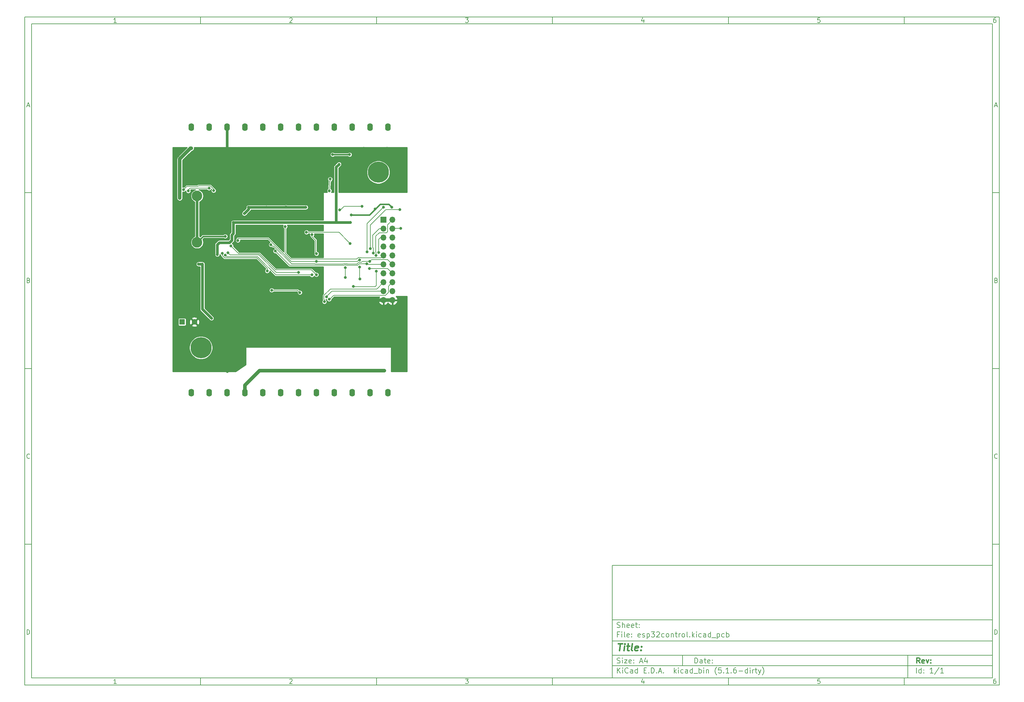
<source format=gbl>
G04 #@! TF.GenerationSoftware,KiCad,Pcbnew,(5.1.6-dirty)*
G04 #@! TF.CreationDate,2020-05-23T10:24:08+02:00*
G04 #@! TF.ProjectId,esp32control,65737033-3263-46f6-9e74-726f6c2e6b69,rev?*
G04 #@! TF.SameCoordinates,Original*
G04 #@! TF.FileFunction,Copper,L2,Bot*
G04 #@! TF.FilePolarity,Positive*
%FSLAX46Y46*%
G04 Gerber Fmt 4.6, Leading zero omitted, Abs format (unit mm)*
G04 Created by KiCad (PCBNEW (5.1.6-dirty)) date 2020-05-23 10:24:08*
%MOMM*%
%LPD*%
G01*
G04 APERTURE LIST*
%ADD10C,0.200000*%
%ADD11C,0.150000*%
%ADD12C,0.300000*%
%ADD13C,0.400000*%
G04 #@! TA.AperFunction,ComponentPad*
%ADD14C,6.000000*%
G04 #@! TD*
G04 #@! TA.AperFunction,ComponentPad*
%ADD15O,1.600000X2.200000*%
G04 #@! TD*
G04 #@! TA.AperFunction,ComponentPad*
%ADD16C,3.000000*%
G04 #@! TD*
G04 #@! TA.AperFunction,ComponentPad*
%ADD17O,1.700000X1.700000*%
G04 #@! TD*
G04 #@! TA.AperFunction,ComponentPad*
%ADD18R,1.700000X1.700000*%
G04 #@! TD*
G04 #@! TA.AperFunction,ComponentPad*
%ADD19C,1.600000*%
G04 #@! TD*
G04 #@! TA.AperFunction,ComponentPad*
%ADD20R,1.600000X1.600000*%
G04 #@! TD*
G04 #@! TA.AperFunction,ViaPad*
%ADD21C,0.800000*%
G04 #@! TD*
G04 #@! TA.AperFunction,Conductor*
%ADD22C,0.800000*%
G04 #@! TD*
G04 #@! TA.AperFunction,Conductor*
%ADD23C,0.600000*%
G04 #@! TD*
G04 #@! TA.AperFunction,Conductor*
%ADD24C,1.000000*%
G04 #@! TD*
G04 #@! TA.AperFunction,Conductor*
%ADD25C,0.400000*%
G04 #@! TD*
G04 #@! TA.AperFunction,Conductor*
%ADD26C,0.200000*%
G04 #@! TD*
G04 #@! TA.AperFunction,Conductor*
%ADD27C,0.254000*%
G04 #@! TD*
G04 APERTURE END LIST*
D10*
D11*
X177002200Y-166007200D02*
X177002200Y-198007200D01*
X285002200Y-198007200D01*
X285002200Y-166007200D01*
X177002200Y-166007200D01*
D10*
D11*
X10000000Y-10000000D02*
X10000000Y-200007200D01*
X287002200Y-200007200D01*
X287002200Y-10000000D01*
X10000000Y-10000000D01*
D10*
D11*
X12000000Y-12000000D02*
X12000000Y-198007200D01*
X285002200Y-198007200D01*
X285002200Y-12000000D01*
X12000000Y-12000000D01*
D10*
D11*
X60000000Y-12000000D02*
X60000000Y-10000000D01*
D10*
D11*
X110000000Y-12000000D02*
X110000000Y-10000000D01*
D10*
D11*
X160000000Y-12000000D02*
X160000000Y-10000000D01*
D10*
D11*
X210000000Y-12000000D02*
X210000000Y-10000000D01*
D10*
D11*
X260000000Y-12000000D02*
X260000000Y-10000000D01*
D10*
D11*
X36065476Y-11588095D02*
X35322619Y-11588095D01*
X35694047Y-11588095D02*
X35694047Y-10288095D01*
X35570238Y-10473809D01*
X35446428Y-10597619D01*
X35322619Y-10659523D01*
D10*
D11*
X85322619Y-10411904D02*
X85384523Y-10350000D01*
X85508333Y-10288095D01*
X85817857Y-10288095D01*
X85941666Y-10350000D01*
X86003571Y-10411904D01*
X86065476Y-10535714D01*
X86065476Y-10659523D01*
X86003571Y-10845238D01*
X85260714Y-11588095D01*
X86065476Y-11588095D01*
D10*
D11*
X135260714Y-10288095D02*
X136065476Y-10288095D01*
X135632142Y-10783333D01*
X135817857Y-10783333D01*
X135941666Y-10845238D01*
X136003571Y-10907142D01*
X136065476Y-11030952D01*
X136065476Y-11340476D01*
X136003571Y-11464285D01*
X135941666Y-11526190D01*
X135817857Y-11588095D01*
X135446428Y-11588095D01*
X135322619Y-11526190D01*
X135260714Y-11464285D01*
D10*
D11*
X185941666Y-10721428D02*
X185941666Y-11588095D01*
X185632142Y-10226190D02*
X185322619Y-11154761D01*
X186127380Y-11154761D01*
D10*
D11*
X236003571Y-10288095D02*
X235384523Y-10288095D01*
X235322619Y-10907142D01*
X235384523Y-10845238D01*
X235508333Y-10783333D01*
X235817857Y-10783333D01*
X235941666Y-10845238D01*
X236003571Y-10907142D01*
X236065476Y-11030952D01*
X236065476Y-11340476D01*
X236003571Y-11464285D01*
X235941666Y-11526190D01*
X235817857Y-11588095D01*
X235508333Y-11588095D01*
X235384523Y-11526190D01*
X235322619Y-11464285D01*
D10*
D11*
X285941666Y-10288095D02*
X285694047Y-10288095D01*
X285570238Y-10350000D01*
X285508333Y-10411904D01*
X285384523Y-10597619D01*
X285322619Y-10845238D01*
X285322619Y-11340476D01*
X285384523Y-11464285D01*
X285446428Y-11526190D01*
X285570238Y-11588095D01*
X285817857Y-11588095D01*
X285941666Y-11526190D01*
X286003571Y-11464285D01*
X286065476Y-11340476D01*
X286065476Y-11030952D01*
X286003571Y-10907142D01*
X285941666Y-10845238D01*
X285817857Y-10783333D01*
X285570238Y-10783333D01*
X285446428Y-10845238D01*
X285384523Y-10907142D01*
X285322619Y-11030952D01*
D10*
D11*
X60000000Y-198007200D02*
X60000000Y-200007200D01*
D10*
D11*
X110000000Y-198007200D02*
X110000000Y-200007200D01*
D10*
D11*
X160000000Y-198007200D02*
X160000000Y-200007200D01*
D10*
D11*
X210000000Y-198007200D02*
X210000000Y-200007200D01*
D10*
D11*
X260000000Y-198007200D02*
X260000000Y-200007200D01*
D10*
D11*
X36065476Y-199595295D02*
X35322619Y-199595295D01*
X35694047Y-199595295D02*
X35694047Y-198295295D01*
X35570238Y-198481009D01*
X35446428Y-198604819D01*
X35322619Y-198666723D01*
D10*
D11*
X85322619Y-198419104D02*
X85384523Y-198357200D01*
X85508333Y-198295295D01*
X85817857Y-198295295D01*
X85941666Y-198357200D01*
X86003571Y-198419104D01*
X86065476Y-198542914D01*
X86065476Y-198666723D01*
X86003571Y-198852438D01*
X85260714Y-199595295D01*
X86065476Y-199595295D01*
D10*
D11*
X135260714Y-198295295D02*
X136065476Y-198295295D01*
X135632142Y-198790533D01*
X135817857Y-198790533D01*
X135941666Y-198852438D01*
X136003571Y-198914342D01*
X136065476Y-199038152D01*
X136065476Y-199347676D01*
X136003571Y-199471485D01*
X135941666Y-199533390D01*
X135817857Y-199595295D01*
X135446428Y-199595295D01*
X135322619Y-199533390D01*
X135260714Y-199471485D01*
D10*
D11*
X185941666Y-198728628D02*
X185941666Y-199595295D01*
X185632142Y-198233390D02*
X185322619Y-199161961D01*
X186127380Y-199161961D01*
D10*
D11*
X236003571Y-198295295D02*
X235384523Y-198295295D01*
X235322619Y-198914342D01*
X235384523Y-198852438D01*
X235508333Y-198790533D01*
X235817857Y-198790533D01*
X235941666Y-198852438D01*
X236003571Y-198914342D01*
X236065476Y-199038152D01*
X236065476Y-199347676D01*
X236003571Y-199471485D01*
X235941666Y-199533390D01*
X235817857Y-199595295D01*
X235508333Y-199595295D01*
X235384523Y-199533390D01*
X235322619Y-199471485D01*
D10*
D11*
X285941666Y-198295295D02*
X285694047Y-198295295D01*
X285570238Y-198357200D01*
X285508333Y-198419104D01*
X285384523Y-198604819D01*
X285322619Y-198852438D01*
X285322619Y-199347676D01*
X285384523Y-199471485D01*
X285446428Y-199533390D01*
X285570238Y-199595295D01*
X285817857Y-199595295D01*
X285941666Y-199533390D01*
X286003571Y-199471485D01*
X286065476Y-199347676D01*
X286065476Y-199038152D01*
X286003571Y-198914342D01*
X285941666Y-198852438D01*
X285817857Y-198790533D01*
X285570238Y-198790533D01*
X285446428Y-198852438D01*
X285384523Y-198914342D01*
X285322619Y-199038152D01*
D10*
D11*
X10000000Y-60000000D02*
X12000000Y-60000000D01*
D10*
D11*
X10000000Y-110000000D02*
X12000000Y-110000000D01*
D10*
D11*
X10000000Y-160000000D02*
X12000000Y-160000000D01*
D10*
D11*
X10690476Y-35216666D02*
X11309523Y-35216666D01*
X10566666Y-35588095D02*
X11000000Y-34288095D01*
X11433333Y-35588095D01*
D10*
D11*
X11092857Y-84907142D02*
X11278571Y-84969047D01*
X11340476Y-85030952D01*
X11402380Y-85154761D01*
X11402380Y-85340476D01*
X11340476Y-85464285D01*
X11278571Y-85526190D01*
X11154761Y-85588095D01*
X10659523Y-85588095D01*
X10659523Y-84288095D01*
X11092857Y-84288095D01*
X11216666Y-84350000D01*
X11278571Y-84411904D01*
X11340476Y-84535714D01*
X11340476Y-84659523D01*
X11278571Y-84783333D01*
X11216666Y-84845238D01*
X11092857Y-84907142D01*
X10659523Y-84907142D01*
D10*
D11*
X11402380Y-135464285D02*
X11340476Y-135526190D01*
X11154761Y-135588095D01*
X11030952Y-135588095D01*
X10845238Y-135526190D01*
X10721428Y-135402380D01*
X10659523Y-135278571D01*
X10597619Y-135030952D01*
X10597619Y-134845238D01*
X10659523Y-134597619D01*
X10721428Y-134473809D01*
X10845238Y-134350000D01*
X11030952Y-134288095D01*
X11154761Y-134288095D01*
X11340476Y-134350000D01*
X11402380Y-134411904D01*
D10*
D11*
X10659523Y-185588095D02*
X10659523Y-184288095D01*
X10969047Y-184288095D01*
X11154761Y-184350000D01*
X11278571Y-184473809D01*
X11340476Y-184597619D01*
X11402380Y-184845238D01*
X11402380Y-185030952D01*
X11340476Y-185278571D01*
X11278571Y-185402380D01*
X11154761Y-185526190D01*
X10969047Y-185588095D01*
X10659523Y-185588095D01*
D10*
D11*
X287002200Y-60000000D02*
X285002200Y-60000000D01*
D10*
D11*
X287002200Y-110000000D02*
X285002200Y-110000000D01*
D10*
D11*
X287002200Y-160000000D02*
X285002200Y-160000000D01*
D10*
D11*
X285692676Y-35216666D02*
X286311723Y-35216666D01*
X285568866Y-35588095D02*
X286002200Y-34288095D01*
X286435533Y-35588095D01*
D10*
D11*
X286095057Y-84907142D02*
X286280771Y-84969047D01*
X286342676Y-85030952D01*
X286404580Y-85154761D01*
X286404580Y-85340476D01*
X286342676Y-85464285D01*
X286280771Y-85526190D01*
X286156961Y-85588095D01*
X285661723Y-85588095D01*
X285661723Y-84288095D01*
X286095057Y-84288095D01*
X286218866Y-84350000D01*
X286280771Y-84411904D01*
X286342676Y-84535714D01*
X286342676Y-84659523D01*
X286280771Y-84783333D01*
X286218866Y-84845238D01*
X286095057Y-84907142D01*
X285661723Y-84907142D01*
D10*
D11*
X286404580Y-135464285D02*
X286342676Y-135526190D01*
X286156961Y-135588095D01*
X286033152Y-135588095D01*
X285847438Y-135526190D01*
X285723628Y-135402380D01*
X285661723Y-135278571D01*
X285599819Y-135030952D01*
X285599819Y-134845238D01*
X285661723Y-134597619D01*
X285723628Y-134473809D01*
X285847438Y-134350000D01*
X286033152Y-134288095D01*
X286156961Y-134288095D01*
X286342676Y-134350000D01*
X286404580Y-134411904D01*
D10*
D11*
X285661723Y-185588095D02*
X285661723Y-184288095D01*
X285971247Y-184288095D01*
X286156961Y-184350000D01*
X286280771Y-184473809D01*
X286342676Y-184597619D01*
X286404580Y-184845238D01*
X286404580Y-185030952D01*
X286342676Y-185278571D01*
X286280771Y-185402380D01*
X286156961Y-185526190D01*
X285971247Y-185588095D01*
X285661723Y-185588095D01*
D10*
D11*
X200434342Y-193785771D02*
X200434342Y-192285771D01*
X200791485Y-192285771D01*
X201005771Y-192357200D01*
X201148628Y-192500057D01*
X201220057Y-192642914D01*
X201291485Y-192928628D01*
X201291485Y-193142914D01*
X201220057Y-193428628D01*
X201148628Y-193571485D01*
X201005771Y-193714342D01*
X200791485Y-193785771D01*
X200434342Y-193785771D01*
X202577200Y-193785771D02*
X202577200Y-193000057D01*
X202505771Y-192857200D01*
X202362914Y-192785771D01*
X202077200Y-192785771D01*
X201934342Y-192857200D01*
X202577200Y-193714342D02*
X202434342Y-193785771D01*
X202077200Y-193785771D01*
X201934342Y-193714342D01*
X201862914Y-193571485D01*
X201862914Y-193428628D01*
X201934342Y-193285771D01*
X202077200Y-193214342D01*
X202434342Y-193214342D01*
X202577200Y-193142914D01*
X203077200Y-192785771D02*
X203648628Y-192785771D01*
X203291485Y-192285771D02*
X203291485Y-193571485D01*
X203362914Y-193714342D01*
X203505771Y-193785771D01*
X203648628Y-193785771D01*
X204720057Y-193714342D02*
X204577200Y-193785771D01*
X204291485Y-193785771D01*
X204148628Y-193714342D01*
X204077200Y-193571485D01*
X204077200Y-193000057D01*
X204148628Y-192857200D01*
X204291485Y-192785771D01*
X204577200Y-192785771D01*
X204720057Y-192857200D01*
X204791485Y-193000057D01*
X204791485Y-193142914D01*
X204077200Y-193285771D01*
X205434342Y-193642914D02*
X205505771Y-193714342D01*
X205434342Y-193785771D01*
X205362914Y-193714342D01*
X205434342Y-193642914D01*
X205434342Y-193785771D01*
X205434342Y-192857200D02*
X205505771Y-192928628D01*
X205434342Y-193000057D01*
X205362914Y-192928628D01*
X205434342Y-192857200D01*
X205434342Y-193000057D01*
D10*
D11*
X177002200Y-194507200D02*
X285002200Y-194507200D01*
D10*
D11*
X178434342Y-196585771D02*
X178434342Y-195085771D01*
X179291485Y-196585771D02*
X178648628Y-195728628D01*
X179291485Y-195085771D02*
X178434342Y-195942914D01*
X179934342Y-196585771D02*
X179934342Y-195585771D01*
X179934342Y-195085771D02*
X179862914Y-195157200D01*
X179934342Y-195228628D01*
X180005771Y-195157200D01*
X179934342Y-195085771D01*
X179934342Y-195228628D01*
X181505771Y-196442914D02*
X181434342Y-196514342D01*
X181220057Y-196585771D01*
X181077200Y-196585771D01*
X180862914Y-196514342D01*
X180720057Y-196371485D01*
X180648628Y-196228628D01*
X180577200Y-195942914D01*
X180577200Y-195728628D01*
X180648628Y-195442914D01*
X180720057Y-195300057D01*
X180862914Y-195157200D01*
X181077200Y-195085771D01*
X181220057Y-195085771D01*
X181434342Y-195157200D01*
X181505771Y-195228628D01*
X182791485Y-196585771D02*
X182791485Y-195800057D01*
X182720057Y-195657200D01*
X182577200Y-195585771D01*
X182291485Y-195585771D01*
X182148628Y-195657200D01*
X182791485Y-196514342D02*
X182648628Y-196585771D01*
X182291485Y-196585771D01*
X182148628Y-196514342D01*
X182077200Y-196371485D01*
X182077200Y-196228628D01*
X182148628Y-196085771D01*
X182291485Y-196014342D01*
X182648628Y-196014342D01*
X182791485Y-195942914D01*
X184148628Y-196585771D02*
X184148628Y-195085771D01*
X184148628Y-196514342D02*
X184005771Y-196585771D01*
X183720057Y-196585771D01*
X183577200Y-196514342D01*
X183505771Y-196442914D01*
X183434342Y-196300057D01*
X183434342Y-195871485D01*
X183505771Y-195728628D01*
X183577200Y-195657200D01*
X183720057Y-195585771D01*
X184005771Y-195585771D01*
X184148628Y-195657200D01*
X186005771Y-195800057D02*
X186505771Y-195800057D01*
X186720057Y-196585771D02*
X186005771Y-196585771D01*
X186005771Y-195085771D01*
X186720057Y-195085771D01*
X187362914Y-196442914D02*
X187434342Y-196514342D01*
X187362914Y-196585771D01*
X187291485Y-196514342D01*
X187362914Y-196442914D01*
X187362914Y-196585771D01*
X188077200Y-196585771D02*
X188077200Y-195085771D01*
X188434342Y-195085771D01*
X188648628Y-195157200D01*
X188791485Y-195300057D01*
X188862914Y-195442914D01*
X188934342Y-195728628D01*
X188934342Y-195942914D01*
X188862914Y-196228628D01*
X188791485Y-196371485D01*
X188648628Y-196514342D01*
X188434342Y-196585771D01*
X188077200Y-196585771D01*
X189577200Y-196442914D02*
X189648628Y-196514342D01*
X189577200Y-196585771D01*
X189505771Y-196514342D01*
X189577200Y-196442914D01*
X189577200Y-196585771D01*
X190220057Y-196157200D02*
X190934342Y-196157200D01*
X190077200Y-196585771D02*
X190577200Y-195085771D01*
X191077200Y-196585771D01*
X191577200Y-196442914D02*
X191648628Y-196514342D01*
X191577200Y-196585771D01*
X191505771Y-196514342D01*
X191577200Y-196442914D01*
X191577200Y-196585771D01*
X194577200Y-196585771D02*
X194577200Y-195085771D01*
X194720057Y-196014342D02*
X195148628Y-196585771D01*
X195148628Y-195585771D02*
X194577200Y-196157200D01*
X195791485Y-196585771D02*
X195791485Y-195585771D01*
X195791485Y-195085771D02*
X195720057Y-195157200D01*
X195791485Y-195228628D01*
X195862914Y-195157200D01*
X195791485Y-195085771D01*
X195791485Y-195228628D01*
X197148628Y-196514342D02*
X197005771Y-196585771D01*
X196720057Y-196585771D01*
X196577200Y-196514342D01*
X196505771Y-196442914D01*
X196434342Y-196300057D01*
X196434342Y-195871485D01*
X196505771Y-195728628D01*
X196577200Y-195657200D01*
X196720057Y-195585771D01*
X197005771Y-195585771D01*
X197148628Y-195657200D01*
X198434342Y-196585771D02*
X198434342Y-195800057D01*
X198362914Y-195657200D01*
X198220057Y-195585771D01*
X197934342Y-195585771D01*
X197791485Y-195657200D01*
X198434342Y-196514342D02*
X198291485Y-196585771D01*
X197934342Y-196585771D01*
X197791485Y-196514342D01*
X197720057Y-196371485D01*
X197720057Y-196228628D01*
X197791485Y-196085771D01*
X197934342Y-196014342D01*
X198291485Y-196014342D01*
X198434342Y-195942914D01*
X199791485Y-196585771D02*
X199791485Y-195085771D01*
X199791485Y-196514342D02*
X199648628Y-196585771D01*
X199362914Y-196585771D01*
X199220057Y-196514342D01*
X199148628Y-196442914D01*
X199077200Y-196300057D01*
X199077200Y-195871485D01*
X199148628Y-195728628D01*
X199220057Y-195657200D01*
X199362914Y-195585771D01*
X199648628Y-195585771D01*
X199791485Y-195657200D01*
X200148628Y-196728628D02*
X201291485Y-196728628D01*
X201648628Y-196585771D02*
X201648628Y-195085771D01*
X201648628Y-195657200D02*
X201791485Y-195585771D01*
X202077200Y-195585771D01*
X202220057Y-195657200D01*
X202291485Y-195728628D01*
X202362914Y-195871485D01*
X202362914Y-196300057D01*
X202291485Y-196442914D01*
X202220057Y-196514342D01*
X202077200Y-196585771D01*
X201791485Y-196585771D01*
X201648628Y-196514342D01*
X203005771Y-196585771D02*
X203005771Y-195585771D01*
X203005771Y-195085771D02*
X202934342Y-195157200D01*
X203005771Y-195228628D01*
X203077200Y-195157200D01*
X203005771Y-195085771D01*
X203005771Y-195228628D01*
X203720057Y-195585771D02*
X203720057Y-196585771D01*
X203720057Y-195728628D02*
X203791485Y-195657200D01*
X203934342Y-195585771D01*
X204148628Y-195585771D01*
X204291485Y-195657200D01*
X204362914Y-195800057D01*
X204362914Y-196585771D01*
X206648628Y-197157200D02*
X206577200Y-197085771D01*
X206434342Y-196871485D01*
X206362914Y-196728628D01*
X206291485Y-196514342D01*
X206220057Y-196157200D01*
X206220057Y-195871485D01*
X206291485Y-195514342D01*
X206362914Y-195300057D01*
X206434342Y-195157200D01*
X206577200Y-194942914D01*
X206648628Y-194871485D01*
X207934342Y-195085771D02*
X207220057Y-195085771D01*
X207148628Y-195800057D01*
X207220057Y-195728628D01*
X207362914Y-195657200D01*
X207720057Y-195657200D01*
X207862914Y-195728628D01*
X207934342Y-195800057D01*
X208005771Y-195942914D01*
X208005771Y-196300057D01*
X207934342Y-196442914D01*
X207862914Y-196514342D01*
X207720057Y-196585771D01*
X207362914Y-196585771D01*
X207220057Y-196514342D01*
X207148628Y-196442914D01*
X208648628Y-196442914D02*
X208720057Y-196514342D01*
X208648628Y-196585771D01*
X208577200Y-196514342D01*
X208648628Y-196442914D01*
X208648628Y-196585771D01*
X210148628Y-196585771D02*
X209291485Y-196585771D01*
X209720057Y-196585771D02*
X209720057Y-195085771D01*
X209577200Y-195300057D01*
X209434342Y-195442914D01*
X209291485Y-195514342D01*
X210791485Y-196442914D02*
X210862914Y-196514342D01*
X210791485Y-196585771D01*
X210720057Y-196514342D01*
X210791485Y-196442914D01*
X210791485Y-196585771D01*
X212148628Y-195085771D02*
X211862914Y-195085771D01*
X211720057Y-195157200D01*
X211648628Y-195228628D01*
X211505771Y-195442914D01*
X211434342Y-195728628D01*
X211434342Y-196300057D01*
X211505771Y-196442914D01*
X211577200Y-196514342D01*
X211720057Y-196585771D01*
X212005771Y-196585771D01*
X212148628Y-196514342D01*
X212220057Y-196442914D01*
X212291485Y-196300057D01*
X212291485Y-195942914D01*
X212220057Y-195800057D01*
X212148628Y-195728628D01*
X212005771Y-195657200D01*
X211720057Y-195657200D01*
X211577200Y-195728628D01*
X211505771Y-195800057D01*
X211434342Y-195942914D01*
X212934342Y-196014342D02*
X214077200Y-196014342D01*
X215434342Y-196585771D02*
X215434342Y-195085771D01*
X215434342Y-196514342D02*
X215291485Y-196585771D01*
X215005771Y-196585771D01*
X214862914Y-196514342D01*
X214791485Y-196442914D01*
X214720057Y-196300057D01*
X214720057Y-195871485D01*
X214791485Y-195728628D01*
X214862914Y-195657200D01*
X215005771Y-195585771D01*
X215291485Y-195585771D01*
X215434342Y-195657200D01*
X216148628Y-196585771D02*
X216148628Y-195585771D01*
X216148628Y-195085771D02*
X216077200Y-195157200D01*
X216148628Y-195228628D01*
X216220057Y-195157200D01*
X216148628Y-195085771D01*
X216148628Y-195228628D01*
X216862914Y-196585771D02*
X216862914Y-195585771D01*
X216862914Y-195871485D02*
X216934342Y-195728628D01*
X217005771Y-195657200D01*
X217148628Y-195585771D01*
X217291485Y-195585771D01*
X217577200Y-195585771D02*
X218148628Y-195585771D01*
X217791485Y-195085771D02*
X217791485Y-196371485D01*
X217862914Y-196514342D01*
X218005771Y-196585771D01*
X218148628Y-196585771D01*
X218505771Y-195585771D02*
X218862914Y-196585771D01*
X219220057Y-195585771D02*
X218862914Y-196585771D01*
X218720057Y-196942914D01*
X218648628Y-197014342D01*
X218505771Y-197085771D01*
X219648628Y-197157200D02*
X219720057Y-197085771D01*
X219862914Y-196871485D01*
X219934342Y-196728628D01*
X220005771Y-196514342D01*
X220077200Y-196157200D01*
X220077200Y-195871485D01*
X220005771Y-195514342D01*
X219934342Y-195300057D01*
X219862914Y-195157200D01*
X219720057Y-194942914D01*
X219648628Y-194871485D01*
D10*
D11*
X177002200Y-191507200D02*
X285002200Y-191507200D01*
D10*
D12*
X264411485Y-193785771D02*
X263911485Y-193071485D01*
X263554342Y-193785771D02*
X263554342Y-192285771D01*
X264125771Y-192285771D01*
X264268628Y-192357200D01*
X264340057Y-192428628D01*
X264411485Y-192571485D01*
X264411485Y-192785771D01*
X264340057Y-192928628D01*
X264268628Y-193000057D01*
X264125771Y-193071485D01*
X263554342Y-193071485D01*
X265625771Y-193714342D02*
X265482914Y-193785771D01*
X265197200Y-193785771D01*
X265054342Y-193714342D01*
X264982914Y-193571485D01*
X264982914Y-193000057D01*
X265054342Y-192857200D01*
X265197200Y-192785771D01*
X265482914Y-192785771D01*
X265625771Y-192857200D01*
X265697200Y-193000057D01*
X265697200Y-193142914D01*
X264982914Y-193285771D01*
X266197200Y-192785771D02*
X266554342Y-193785771D01*
X266911485Y-192785771D01*
X267482914Y-193642914D02*
X267554342Y-193714342D01*
X267482914Y-193785771D01*
X267411485Y-193714342D01*
X267482914Y-193642914D01*
X267482914Y-193785771D01*
X267482914Y-192857200D02*
X267554342Y-192928628D01*
X267482914Y-193000057D01*
X267411485Y-192928628D01*
X267482914Y-192857200D01*
X267482914Y-193000057D01*
D10*
D11*
X178362914Y-193714342D02*
X178577200Y-193785771D01*
X178934342Y-193785771D01*
X179077200Y-193714342D01*
X179148628Y-193642914D01*
X179220057Y-193500057D01*
X179220057Y-193357200D01*
X179148628Y-193214342D01*
X179077200Y-193142914D01*
X178934342Y-193071485D01*
X178648628Y-193000057D01*
X178505771Y-192928628D01*
X178434342Y-192857200D01*
X178362914Y-192714342D01*
X178362914Y-192571485D01*
X178434342Y-192428628D01*
X178505771Y-192357200D01*
X178648628Y-192285771D01*
X179005771Y-192285771D01*
X179220057Y-192357200D01*
X179862914Y-193785771D02*
X179862914Y-192785771D01*
X179862914Y-192285771D02*
X179791485Y-192357200D01*
X179862914Y-192428628D01*
X179934342Y-192357200D01*
X179862914Y-192285771D01*
X179862914Y-192428628D01*
X180434342Y-192785771D02*
X181220057Y-192785771D01*
X180434342Y-193785771D01*
X181220057Y-193785771D01*
X182362914Y-193714342D02*
X182220057Y-193785771D01*
X181934342Y-193785771D01*
X181791485Y-193714342D01*
X181720057Y-193571485D01*
X181720057Y-193000057D01*
X181791485Y-192857200D01*
X181934342Y-192785771D01*
X182220057Y-192785771D01*
X182362914Y-192857200D01*
X182434342Y-193000057D01*
X182434342Y-193142914D01*
X181720057Y-193285771D01*
X183077200Y-193642914D02*
X183148628Y-193714342D01*
X183077200Y-193785771D01*
X183005771Y-193714342D01*
X183077200Y-193642914D01*
X183077200Y-193785771D01*
X183077200Y-192857200D02*
X183148628Y-192928628D01*
X183077200Y-193000057D01*
X183005771Y-192928628D01*
X183077200Y-192857200D01*
X183077200Y-193000057D01*
X184862914Y-193357200D02*
X185577200Y-193357200D01*
X184720057Y-193785771D02*
X185220057Y-192285771D01*
X185720057Y-193785771D01*
X186862914Y-192785771D02*
X186862914Y-193785771D01*
X186505771Y-192214342D02*
X186148628Y-193285771D01*
X187077200Y-193285771D01*
D10*
D11*
X263434342Y-196585771D02*
X263434342Y-195085771D01*
X264791485Y-196585771D02*
X264791485Y-195085771D01*
X264791485Y-196514342D02*
X264648628Y-196585771D01*
X264362914Y-196585771D01*
X264220057Y-196514342D01*
X264148628Y-196442914D01*
X264077200Y-196300057D01*
X264077200Y-195871485D01*
X264148628Y-195728628D01*
X264220057Y-195657200D01*
X264362914Y-195585771D01*
X264648628Y-195585771D01*
X264791485Y-195657200D01*
X265505771Y-196442914D02*
X265577200Y-196514342D01*
X265505771Y-196585771D01*
X265434342Y-196514342D01*
X265505771Y-196442914D01*
X265505771Y-196585771D01*
X265505771Y-195657200D02*
X265577200Y-195728628D01*
X265505771Y-195800057D01*
X265434342Y-195728628D01*
X265505771Y-195657200D01*
X265505771Y-195800057D01*
X268148628Y-196585771D02*
X267291485Y-196585771D01*
X267720057Y-196585771D02*
X267720057Y-195085771D01*
X267577200Y-195300057D01*
X267434342Y-195442914D01*
X267291485Y-195514342D01*
X269862914Y-195014342D02*
X268577200Y-196942914D01*
X271148628Y-196585771D02*
X270291485Y-196585771D01*
X270720057Y-196585771D02*
X270720057Y-195085771D01*
X270577200Y-195300057D01*
X270434342Y-195442914D01*
X270291485Y-195514342D01*
D10*
D11*
X177002200Y-187507200D02*
X285002200Y-187507200D01*
D10*
D13*
X178714580Y-188211961D02*
X179857438Y-188211961D01*
X179036009Y-190211961D02*
X179286009Y-188211961D01*
X180274104Y-190211961D02*
X180440771Y-188878628D01*
X180524104Y-188211961D02*
X180416961Y-188307200D01*
X180500295Y-188402438D01*
X180607438Y-188307200D01*
X180524104Y-188211961D01*
X180500295Y-188402438D01*
X181107438Y-188878628D02*
X181869342Y-188878628D01*
X181476485Y-188211961D02*
X181262200Y-189926247D01*
X181333628Y-190116723D01*
X181512200Y-190211961D01*
X181702676Y-190211961D01*
X182655057Y-190211961D02*
X182476485Y-190116723D01*
X182405057Y-189926247D01*
X182619342Y-188211961D01*
X184190771Y-190116723D02*
X183988390Y-190211961D01*
X183607438Y-190211961D01*
X183428866Y-190116723D01*
X183357438Y-189926247D01*
X183452676Y-189164342D01*
X183571723Y-188973866D01*
X183774104Y-188878628D01*
X184155057Y-188878628D01*
X184333628Y-188973866D01*
X184405057Y-189164342D01*
X184381247Y-189354819D01*
X183405057Y-189545295D01*
X185155057Y-190021485D02*
X185238390Y-190116723D01*
X185131247Y-190211961D01*
X185047914Y-190116723D01*
X185155057Y-190021485D01*
X185131247Y-190211961D01*
X185286009Y-188973866D02*
X185369342Y-189069104D01*
X185262200Y-189164342D01*
X185178866Y-189069104D01*
X185286009Y-188973866D01*
X185262200Y-189164342D01*
D10*
D11*
X178934342Y-185600057D02*
X178434342Y-185600057D01*
X178434342Y-186385771D02*
X178434342Y-184885771D01*
X179148628Y-184885771D01*
X179720057Y-186385771D02*
X179720057Y-185385771D01*
X179720057Y-184885771D02*
X179648628Y-184957200D01*
X179720057Y-185028628D01*
X179791485Y-184957200D01*
X179720057Y-184885771D01*
X179720057Y-185028628D01*
X180648628Y-186385771D02*
X180505771Y-186314342D01*
X180434342Y-186171485D01*
X180434342Y-184885771D01*
X181791485Y-186314342D02*
X181648628Y-186385771D01*
X181362914Y-186385771D01*
X181220057Y-186314342D01*
X181148628Y-186171485D01*
X181148628Y-185600057D01*
X181220057Y-185457200D01*
X181362914Y-185385771D01*
X181648628Y-185385771D01*
X181791485Y-185457200D01*
X181862914Y-185600057D01*
X181862914Y-185742914D01*
X181148628Y-185885771D01*
X182505771Y-186242914D02*
X182577200Y-186314342D01*
X182505771Y-186385771D01*
X182434342Y-186314342D01*
X182505771Y-186242914D01*
X182505771Y-186385771D01*
X182505771Y-185457200D02*
X182577200Y-185528628D01*
X182505771Y-185600057D01*
X182434342Y-185528628D01*
X182505771Y-185457200D01*
X182505771Y-185600057D01*
X184934342Y-186314342D02*
X184791485Y-186385771D01*
X184505771Y-186385771D01*
X184362914Y-186314342D01*
X184291485Y-186171485D01*
X184291485Y-185600057D01*
X184362914Y-185457200D01*
X184505771Y-185385771D01*
X184791485Y-185385771D01*
X184934342Y-185457200D01*
X185005771Y-185600057D01*
X185005771Y-185742914D01*
X184291485Y-185885771D01*
X185577200Y-186314342D02*
X185720057Y-186385771D01*
X186005771Y-186385771D01*
X186148628Y-186314342D01*
X186220057Y-186171485D01*
X186220057Y-186100057D01*
X186148628Y-185957200D01*
X186005771Y-185885771D01*
X185791485Y-185885771D01*
X185648628Y-185814342D01*
X185577200Y-185671485D01*
X185577200Y-185600057D01*
X185648628Y-185457200D01*
X185791485Y-185385771D01*
X186005771Y-185385771D01*
X186148628Y-185457200D01*
X186862914Y-185385771D02*
X186862914Y-186885771D01*
X186862914Y-185457200D02*
X187005771Y-185385771D01*
X187291485Y-185385771D01*
X187434342Y-185457200D01*
X187505771Y-185528628D01*
X187577200Y-185671485D01*
X187577200Y-186100057D01*
X187505771Y-186242914D01*
X187434342Y-186314342D01*
X187291485Y-186385771D01*
X187005771Y-186385771D01*
X186862914Y-186314342D01*
X188077200Y-184885771D02*
X189005771Y-184885771D01*
X188505771Y-185457200D01*
X188720057Y-185457200D01*
X188862914Y-185528628D01*
X188934342Y-185600057D01*
X189005771Y-185742914D01*
X189005771Y-186100057D01*
X188934342Y-186242914D01*
X188862914Y-186314342D01*
X188720057Y-186385771D01*
X188291485Y-186385771D01*
X188148628Y-186314342D01*
X188077200Y-186242914D01*
X189577200Y-185028628D02*
X189648628Y-184957200D01*
X189791485Y-184885771D01*
X190148628Y-184885771D01*
X190291485Y-184957200D01*
X190362914Y-185028628D01*
X190434342Y-185171485D01*
X190434342Y-185314342D01*
X190362914Y-185528628D01*
X189505771Y-186385771D01*
X190434342Y-186385771D01*
X191720057Y-186314342D02*
X191577200Y-186385771D01*
X191291485Y-186385771D01*
X191148628Y-186314342D01*
X191077200Y-186242914D01*
X191005771Y-186100057D01*
X191005771Y-185671485D01*
X191077200Y-185528628D01*
X191148628Y-185457200D01*
X191291485Y-185385771D01*
X191577200Y-185385771D01*
X191720057Y-185457200D01*
X192577200Y-186385771D02*
X192434342Y-186314342D01*
X192362914Y-186242914D01*
X192291485Y-186100057D01*
X192291485Y-185671485D01*
X192362914Y-185528628D01*
X192434342Y-185457200D01*
X192577200Y-185385771D01*
X192791485Y-185385771D01*
X192934342Y-185457200D01*
X193005771Y-185528628D01*
X193077200Y-185671485D01*
X193077200Y-186100057D01*
X193005771Y-186242914D01*
X192934342Y-186314342D01*
X192791485Y-186385771D01*
X192577200Y-186385771D01*
X193720057Y-185385771D02*
X193720057Y-186385771D01*
X193720057Y-185528628D02*
X193791485Y-185457200D01*
X193934342Y-185385771D01*
X194148628Y-185385771D01*
X194291485Y-185457200D01*
X194362914Y-185600057D01*
X194362914Y-186385771D01*
X194862914Y-185385771D02*
X195434342Y-185385771D01*
X195077200Y-184885771D02*
X195077200Y-186171485D01*
X195148628Y-186314342D01*
X195291485Y-186385771D01*
X195434342Y-186385771D01*
X195934342Y-186385771D02*
X195934342Y-185385771D01*
X195934342Y-185671485D02*
X196005771Y-185528628D01*
X196077200Y-185457200D01*
X196220057Y-185385771D01*
X196362914Y-185385771D01*
X197077200Y-186385771D02*
X196934342Y-186314342D01*
X196862914Y-186242914D01*
X196791485Y-186100057D01*
X196791485Y-185671485D01*
X196862914Y-185528628D01*
X196934342Y-185457200D01*
X197077200Y-185385771D01*
X197291485Y-185385771D01*
X197434342Y-185457200D01*
X197505771Y-185528628D01*
X197577200Y-185671485D01*
X197577200Y-186100057D01*
X197505771Y-186242914D01*
X197434342Y-186314342D01*
X197291485Y-186385771D01*
X197077200Y-186385771D01*
X198434342Y-186385771D02*
X198291485Y-186314342D01*
X198220057Y-186171485D01*
X198220057Y-184885771D01*
X199005771Y-186242914D02*
X199077200Y-186314342D01*
X199005771Y-186385771D01*
X198934342Y-186314342D01*
X199005771Y-186242914D01*
X199005771Y-186385771D01*
X199720057Y-186385771D02*
X199720057Y-184885771D01*
X199862914Y-185814342D02*
X200291485Y-186385771D01*
X200291485Y-185385771D02*
X199720057Y-185957200D01*
X200934342Y-186385771D02*
X200934342Y-185385771D01*
X200934342Y-184885771D02*
X200862914Y-184957200D01*
X200934342Y-185028628D01*
X201005771Y-184957200D01*
X200934342Y-184885771D01*
X200934342Y-185028628D01*
X202291485Y-186314342D02*
X202148628Y-186385771D01*
X201862914Y-186385771D01*
X201720057Y-186314342D01*
X201648628Y-186242914D01*
X201577200Y-186100057D01*
X201577200Y-185671485D01*
X201648628Y-185528628D01*
X201720057Y-185457200D01*
X201862914Y-185385771D01*
X202148628Y-185385771D01*
X202291485Y-185457200D01*
X203577200Y-186385771D02*
X203577200Y-185600057D01*
X203505771Y-185457200D01*
X203362914Y-185385771D01*
X203077200Y-185385771D01*
X202934342Y-185457200D01*
X203577200Y-186314342D02*
X203434342Y-186385771D01*
X203077200Y-186385771D01*
X202934342Y-186314342D01*
X202862914Y-186171485D01*
X202862914Y-186028628D01*
X202934342Y-185885771D01*
X203077200Y-185814342D01*
X203434342Y-185814342D01*
X203577200Y-185742914D01*
X204934342Y-186385771D02*
X204934342Y-184885771D01*
X204934342Y-186314342D02*
X204791485Y-186385771D01*
X204505771Y-186385771D01*
X204362914Y-186314342D01*
X204291485Y-186242914D01*
X204220057Y-186100057D01*
X204220057Y-185671485D01*
X204291485Y-185528628D01*
X204362914Y-185457200D01*
X204505771Y-185385771D01*
X204791485Y-185385771D01*
X204934342Y-185457200D01*
X205291485Y-186528628D02*
X206434342Y-186528628D01*
X206791485Y-185385771D02*
X206791485Y-186885771D01*
X206791485Y-185457200D02*
X206934342Y-185385771D01*
X207220057Y-185385771D01*
X207362914Y-185457200D01*
X207434342Y-185528628D01*
X207505771Y-185671485D01*
X207505771Y-186100057D01*
X207434342Y-186242914D01*
X207362914Y-186314342D01*
X207220057Y-186385771D01*
X206934342Y-186385771D01*
X206791485Y-186314342D01*
X208791485Y-186314342D02*
X208648628Y-186385771D01*
X208362914Y-186385771D01*
X208220057Y-186314342D01*
X208148628Y-186242914D01*
X208077200Y-186100057D01*
X208077200Y-185671485D01*
X208148628Y-185528628D01*
X208220057Y-185457200D01*
X208362914Y-185385771D01*
X208648628Y-185385771D01*
X208791485Y-185457200D01*
X209434342Y-186385771D02*
X209434342Y-184885771D01*
X209434342Y-185457200D02*
X209577200Y-185385771D01*
X209862914Y-185385771D01*
X210005771Y-185457200D01*
X210077200Y-185528628D01*
X210148628Y-185671485D01*
X210148628Y-186100057D01*
X210077200Y-186242914D01*
X210005771Y-186314342D01*
X209862914Y-186385771D01*
X209577200Y-186385771D01*
X209434342Y-186314342D01*
D10*
D11*
X177002200Y-181507200D02*
X285002200Y-181507200D01*
D10*
D11*
X178362914Y-183614342D02*
X178577200Y-183685771D01*
X178934342Y-183685771D01*
X179077200Y-183614342D01*
X179148628Y-183542914D01*
X179220057Y-183400057D01*
X179220057Y-183257200D01*
X179148628Y-183114342D01*
X179077200Y-183042914D01*
X178934342Y-182971485D01*
X178648628Y-182900057D01*
X178505771Y-182828628D01*
X178434342Y-182757200D01*
X178362914Y-182614342D01*
X178362914Y-182471485D01*
X178434342Y-182328628D01*
X178505771Y-182257200D01*
X178648628Y-182185771D01*
X179005771Y-182185771D01*
X179220057Y-182257200D01*
X179862914Y-183685771D02*
X179862914Y-182185771D01*
X180505771Y-183685771D02*
X180505771Y-182900057D01*
X180434342Y-182757200D01*
X180291485Y-182685771D01*
X180077200Y-182685771D01*
X179934342Y-182757200D01*
X179862914Y-182828628D01*
X181791485Y-183614342D02*
X181648628Y-183685771D01*
X181362914Y-183685771D01*
X181220057Y-183614342D01*
X181148628Y-183471485D01*
X181148628Y-182900057D01*
X181220057Y-182757200D01*
X181362914Y-182685771D01*
X181648628Y-182685771D01*
X181791485Y-182757200D01*
X181862914Y-182900057D01*
X181862914Y-183042914D01*
X181148628Y-183185771D01*
X183077200Y-183614342D02*
X182934342Y-183685771D01*
X182648628Y-183685771D01*
X182505771Y-183614342D01*
X182434342Y-183471485D01*
X182434342Y-182900057D01*
X182505771Y-182757200D01*
X182648628Y-182685771D01*
X182934342Y-182685771D01*
X183077200Y-182757200D01*
X183148628Y-182900057D01*
X183148628Y-183042914D01*
X182434342Y-183185771D01*
X183577200Y-182685771D02*
X184148628Y-182685771D01*
X183791485Y-182185771D02*
X183791485Y-183471485D01*
X183862914Y-183614342D01*
X184005771Y-183685771D01*
X184148628Y-183685771D01*
X184648628Y-183542914D02*
X184720057Y-183614342D01*
X184648628Y-183685771D01*
X184577200Y-183614342D01*
X184648628Y-183542914D01*
X184648628Y-183685771D01*
X184648628Y-182757200D02*
X184720057Y-182828628D01*
X184648628Y-182900057D01*
X184577200Y-182828628D01*
X184648628Y-182757200D01*
X184648628Y-182900057D01*
D10*
D11*
X197002200Y-191507200D02*
X197002200Y-194507200D01*
D10*
D11*
X261002200Y-191507200D02*
X261002200Y-198007200D01*
D14*
X110508500Y-54168500D03*
X60108500Y-104068500D03*
D15*
X113248500Y-41368500D03*
X108168500Y-41368500D03*
X103088500Y-41368500D03*
X98008500Y-41368500D03*
X92928500Y-41368500D03*
X87848500Y-41368500D03*
X82768500Y-41368500D03*
X77688500Y-41368500D03*
X72608500Y-41368500D03*
X67528500Y-41368500D03*
X62448500Y-41368500D03*
X57368500Y-41368500D03*
X113248500Y-116868500D03*
X108168500Y-116868500D03*
X103088500Y-116868500D03*
X98008500Y-116868500D03*
X92928500Y-116868500D03*
X87848500Y-116868500D03*
X82768500Y-116868500D03*
X77688500Y-116868500D03*
X72608500Y-116868500D03*
X67528500Y-116868500D03*
X62448500Y-116868500D03*
X57368500Y-116868500D03*
D16*
X59000000Y-74100000D03*
X59000000Y-60900000D03*
D17*
X114518500Y-90548500D03*
X111978500Y-90548500D03*
X114518500Y-88008500D03*
X111978500Y-88008500D03*
X114518500Y-85468500D03*
X111978500Y-85468500D03*
X114518500Y-82928500D03*
X111978500Y-82928500D03*
X114518500Y-80388500D03*
X111978500Y-80388500D03*
X114518500Y-77848500D03*
X111978500Y-77848500D03*
X114518500Y-75308500D03*
X111978500Y-75308500D03*
X114518500Y-72768500D03*
X111978500Y-72768500D03*
X114518500Y-70228500D03*
X111978500Y-70228500D03*
X114518500Y-67688500D03*
D18*
X111978500Y-67688500D03*
D19*
X58250000Y-96750000D03*
D20*
X54750000Y-96750000D03*
D21*
X86578000Y-88738500D03*
X88378000Y-89638500D03*
X69200000Y-65500000D03*
X86498500Y-71374500D03*
X94198500Y-72274500D03*
X107152500Y-95374500D03*
X98516500Y-95120500D03*
X78704500Y-95120500D03*
X88356500Y-95120500D03*
X70322500Y-106094000D03*
X67560000Y-110868500D03*
X94178000Y-86738500D03*
X94198500Y-69974500D03*
X66056000Y-65097000D03*
X70803000Y-57556000D03*
X75910500Y-57274500D03*
X81752500Y-57274500D03*
X86518500Y-57274500D03*
X112994500Y-47368500D03*
X100802500Y-58067992D03*
X74386504Y-70355500D03*
X115534500Y-110614500D03*
X117820500Y-110614500D03*
X117820500Y-107058500D03*
X117820500Y-99692500D03*
X118074500Y-56004500D03*
X118074500Y-47622500D03*
X52542500Y-57782500D03*
X53050500Y-101978500D03*
X78958500Y-70482500D03*
X101202499Y-52702500D03*
X106390500Y-47368500D03*
X78450500Y-77340500D03*
X67782500Y-57782500D03*
X74640500Y-86484500D03*
X76672500Y-83182500D03*
X74640500Y-88516500D03*
X72050000Y-96950000D03*
X74000000Y-95100000D03*
X73624500Y-64132500D03*
X89880500Y-64132500D03*
X78704500Y-64132500D03*
X72416490Y-65910516D03*
X84306628Y-64048480D03*
X114300000Y-64100000D03*
X102800000Y-66300000D03*
X109600000Y-64600000D03*
X91658500Y-71944500D03*
X92928500Y-77340500D03*
X92928500Y-79564510D03*
X105216323Y-81104500D03*
X105250000Y-84500000D03*
X70576500Y-73576500D03*
X105181616Y-79099979D03*
X57368500Y-47368494D03*
X54066500Y-61500000D03*
X80208000Y-87733002D03*
X95187500Y-90994500D03*
X88200000Y-88400000D03*
X96520000Y-90294500D03*
X95758000Y-89600010D03*
X62400000Y-58700000D03*
X56500000Y-59500000D03*
X101092000Y-84074000D03*
X101092000Y-81280000D03*
X55166500Y-59100000D03*
X63700000Y-59400000D03*
X102326500Y-49146500D03*
X97500500Y-49146500D03*
X96586064Y-59447157D03*
X96800000Y-56100000D03*
X67040742Y-77750792D03*
X91638000Y-83374500D03*
X105882500Y-63878500D03*
X99532500Y-64894500D03*
X107950000Y-81534000D03*
X87828000Y-82672000D03*
X67800000Y-77100000D03*
X78938000Y-82238000D03*
X66159432Y-77278248D03*
X79987517Y-74787481D03*
X116600000Y-64800000D03*
X108100010Y-79497470D03*
X108197399Y-75898041D03*
X81228668Y-76594332D03*
X112000000Y-64100000D03*
X107200000Y-80200000D03*
X107300000Y-76800000D03*
X84038500Y-69596000D03*
X90056789Y-71229124D03*
X102491127Y-74408503D03*
X110584911Y-77020301D03*
X109900000Y-82300000D03*
X103400000Y-86676000D03*
X116840000Y-70104000D03*
X109860236Y-77829446D03*
X109098532Y-77181503D03*
X67000000Y-72400000D03*
X59412000Y-80288000D03*
X99330000Y-51889000D03*
X69306504Y-68450500D03*
X63100000Y-95700000D03*
X60512000Y-80288000D03*
X64750000Y-77550000D03*
X102599990Y-68400000D03*
X82419000Y-110614500D03*
X92452000Y-110614500D03*
X102612000Y-110614500D03*
X112264000Y-110614500D03*
X92908000Y-83308000D03*
X68640337Y-75097845D03*
D22*
X94198500Y-95120500D02*
X100040500Y-95120500D01*
X94178000Y-95100000D02*
X94178000Y-87304185D01*
X94178000Y-87304185D02*
X94178000Y-86738500D01*
X94198500Y-95120500D02*
X94178000Y-95100000D01*
X94198500Y-75562500D02*
X94198500Y-72514500D01*
X67528500Y-41368500D02*
X67528500Y-47368500D01*
X67528500Y-47368500D02*
X68798500Y-48638500D01*
X101202499Y-52556501D02*
X101202499Y-52702500D01*
X106390500Y-47368500D02*
X106390500Y-47368500D01*
X101202499Y-57667993D02*
X100802500Y-58067992D01*
X112994500Y-47368500D02*
X106390500Y-47368500D01*
D23*
X67834000Y-65097000D02*
X66056000Y-65097000D01*
X68798500Y-64132500D02*
X67834000Y-65097000D01*
X68826000Y-57556000D02*
X70803000Y-57556000D01*
X68798500Y-57528500D02*
X68826000Y-57556000D01*
X68798500Y-48638500D02*
X68798500Y-57528500D01*
X68798500Y-57583500D02*
X68826000Y-57556000D01*
X68798500Y-58290500D02*
X68798500Y-57583500D01*
X68798500Y-57782500D02*
X68798500Y-58290500D01*
X68798500Y-58290500D02*
X68798500Y-64132500D01*
D22*
X101202499Y-52702500D02*
X101202499Y-57667993D01*
X106390500Y-47368500D02*
X101202499Y-52556501D01*
X100294500Y-95374500D02*
X107152500Y-95374500D01*
X100040500Y-95120500D02*
X100294500Y-95374500D01*
D24*
X111978500Y-90548500D02*
X114518500Y-90548500D01*
X111978500Y-90548500D02*
X108751500Y-90548500D01*
X107152500Y-92147500D02*
X107152500Y-95374500D01*
X108751500Y-90548500D02*
X107152500Y-92147500D01*
D22*
X73900000Y-95100000D02*
X74000000Y-95100000D01*
X72050000Y-96950000D02*
X73900000Y-95100000D01*
X74020500Y-95120500D02*
X74000000Y-95100000D01*
X94198500Y-95120500D02*
X74020500Y-95120500D01*
X73624500Y-64132500D02*
X89880500Y-64132500D01*
X73624500Y-64132500D02*
X73624500Y-64702506D01*
X72816489Y-65510517D02*
X72416490Y-65910516D01*
X73624500Y-64702506D02*
X72816489Y-65510517D01*
D25*
X114300000Y-64100000D02*
X113500000Y-63300000D01*
X113500000Y-63300000D02*
X111000000Y-63300000D01*
X111000000Y-63300000D02*
X108000000Y-66300000D01*
X108000000Y-66300000D02*
X102800000Y-66300000D01*
D26*
X91658500Y-72510185D02*
X92674500Y-73526185D01*
X91658500Y-71944500D02*
X91658500Y-72510185D01*
X92674500Y-77086500D02*
X92928500Y-77340500D01*
X92674500Y-73526185D02*
X92674500Y-77086500D01*
X85754510Y-79564510D02*
X92362815Y-79564510D01*
X92362815Y-79564510D02*
X92928500Y-79564510D01*
X70576500Y-73022500D02*
X79212500Y-73022500D01*
X79212500Y-73022500D02*
X85754510Y-79564510D01*
X105216323Y-81104500D02*
X105216323Y-84466323D01*
X105216323Y-84466323D02*
X105250000Y-84500000D01*
X70576500Y-73022500D02*
X70576500Y-73576500D01*
X104588911Y-79564510D02*
X105053442Y-79099979D01*
X105053442Y-79099979D02*
X105181616Y-79099979D01*
X92928500Y-79564510D02*
X104588911Y-79564510D01*
D24*
X57131506Y-47368494D02*
X57368500Y-47368494D01*
X54066500Y-50433500D02*
X57131506Y-47368494D01*
X54066500Y-61500000D02*
X54066500Y-50433500D01*
D26*
X95057999Y-89196499D02*
X96878498Y-87376000D01*
X95057999Y-90299314D02*
X95057999Y-89196499D01*
X95187500Y-90428815D02*
X95057999Y-90299314D01*
X95187500Y-90994500D02*
X95187500Y-90428815D01*
X110071000Y-87376000D02*
X111978500Y-85468500D01*
X96878498Y-87376000D02*
X110071000Y-87376000D01*
X80208000Y-87733002D02*
X87533002Y-87733002D01*
X87533002Y-87733002D02*
X88200000Y-88400000D01*
X113668501Y-86318499D02*
X114518500Y-85468500D01*
X113368499Y-86618501D02*
X113668501Y-86318499D01*
X113368499Y-88320503D02*
X113368499Y-86618501D01*
X112530501Y-89158501D02*
X113368499Y-88320503D01*
X97843184Y-89158501D02*
X112530501Y-89158501D01*
X96707185Y-90294500D02*
X97843184Y-89158501D01*
X97349510Y-88008500D02*
X96157999Y-89200011D01*
X111978500Y-88008500D02*
X97349510Y-88008500D01*
X96157999Y-89200011D02*
X95758000Y-89600010D01*
X62400000Y-58700000D02*
X57000000Y-58700000D01*
X56500000Y-59200000D02*
X56500000Y-59500000D01*
X57000000Y-58700000D02*
X56500000Y-59200000D01*
X101092000Y-81280000D02*
X101092000Y-84074000D01*
X55166500Y-59100000D02*
X56066500Y-58200000D01*
X62736001Y-57999999D02*
X63700000Y-58963998D01*
X59400001Y-57999999D02*
X62736001Y-57999999D01*
X59200000Y-58200000D02*
X59400001Y-57999999D01*
X56066500Y-58200000D02*
X59200000Y-58200000D01*
X63700000Y-58963998D02*
X63700000Y-59400000D01*
D25*
X102326500Y-49146500D02*
X97500500Y-49146500D01*
D26*
X96600000Y-56900000D02*
X96586064Y-59447157D01*
X96800000Y-56665685D02*
X96600000Y-56900000D01*
X96800000Y-56100000D02*
X96800000Y-56665685D01*
X67440741Y-78150791D02*
X76150791Y-78150791D01*
X67040742Y-77750792D02*
X67440741Y-78150791D01*
X81372001Y-83372001D02*
X91527999Y-83372001D01*
X76150791Y-78150791D02*
X81372001Y-83372001D01*
X91530498Y-83374500D02*
X91638000Y-83374500D01*
X91527999Y-83372001D02*
X91530498Y-83374500D01*
X105882500Y-63878500D02*
X100802500Y-63878500D01*
X99786500Y-64894500D02*
X99532500Y-64894500D01*
X100802500Y-63878500D02*
X99786500Y-64894500D01*
X113668501Y-82078501D02*
X114518500Y-82928500D01*
X113128501Y-81538501D02*
X113668501Y-82078501D01*
X108520186Y-81538501D02*
X113128501Y-81538501D01*
X108515685Y-81534000D02*
X108520186Y-81538501D01*
X107950000Y-81534000D02*
X108515685Y-81534000D01*
X76544012Y-77700011D02*
X68400011Y-77700011D01*
X87828000Y-82672000D02*
X81516001Y-82672000D01*
X81516001Y-82672000D02*
X76544012Y-77700011D01*
X68400011Y-77700011D02*
X67800000Y-77100000D01*
X78938000Y-82238000D02*
X78938000Y-81503698D01*
X66804749Y-78550801D02*
X66200000Y-77946052D01*
X75985103Y-78550801D02*
X66804749Y-78550801D01*
X78938000Y-81503698D02*
X75985103Y-78550801D01*
X66200000Y-77318816D02*
X66159432Y-77278248D01*
X66200000Y-77946052D02*
X66200000Y-77318816D01*
X92570475Y-80242489D02*
X92592498Y-80264512D01*
X80811780Y-75187480D02*
X85866789Y-80242489D01*
X100590310Y-80179988D02*
X101593690Y-80179988D01*
X105700011Y-79799989D02*
X106002530Y-79497470D01*
X113128501Y-78998501D02*
X108598979Y-78998501D01*
X114518500Y-80388500D02*
X113128501Y-78998501D01*
X104919132Y-79799989D02*
X105700011Y-79799989D01*
X108598979Y-78998501D02*
X108100010Y-79497470D01*
X104454609Y-80264512D02*
X104919132Y-79799989D01*
X100505786Y-80264512D02*
X100590310Y-80179988D01*
X106002530Y-79497470D02*
X108100010Y-79497470D01*
X101593690Y-80179988D02*
X101678214Y-80264512D01*
X101678214Y-80264512D02*
X104454609Y-80264512D01*
X92592498Y-80264512D02*
X100505786Y-80264512D01*
X85866789Y-80242489D02*
X92570475Y-80242489D01*
X79987517Y-74787481D02*
X80387516Y-75187480D01*
X80387516Y-75187480D02*
X80811780Y-75187480D01*
X112626998Y-64800000D02*
X108197399Y-69229599D01*
X108197399Y-69229599D02*
X108197399Y-75332356D01*
X116600000Y-64800000D02*
X112626998Y-64800000D01*
X108197399Y-75332356D02*
X108197399Y-75898041D01*
X104620298Y-80664523D02*
X105084821Y-80200000D01*
X101428001Y-80579999D02*
X101512525Y-80664523D01*
X85298859Y-80664523D02*
X100671475Y-80664523D01*
X107388500Y-80388500D02*
X107200000Y-80200000D01*
X100755999Y-80579999D02*
X101428001Y-80579999D01*
X111978500Y-80388500D02*
X107388500Y-80388500D01*
X81228668Y-76594332D02*
X85298859Y-80664523D01*
X100671475Y-80664523D02*
X100755999Y-80579999D01*
X101512525Y-80664523D02*
X104620298Y-80664523D01*
X105084821Y-80200000D02*
X107200000Y-80200000D01*
X112000000Y-64100000D02*
X107300000Y-68800000D01*
X107300000Y-68800000D02*
X107300000Y-76800000D01*
X105603641Y-78486000D02*
X109480788Y-78486000D01*
X105517618Y-78399977D02*
X105603641Y-78486000D01*
X109480788Y-78486000D02*
X109524235Y-78529447D01*
X84038500Y-77282802D02*
X85620198Y-78864500D01*
X85620198Y-78864500D02*
X104381091Y-78864500D01*
X104381091Y-78864500D02*
X104845614Y-78399977D01*
X104845614Y-78399977D02*
X105517618Y-78399977D01*
X84038500Y-69596000D02*
X84038500Y-77282802D01*
X111297553Y-78529447D02*
X111978500Y-77848500D01*
X109524235Y-78529447D02*
X111297553Y-78529447D01*
X99311748Y-71229124D02*
X102091128Y-74008504D01*
X90056789Y-71229124D02*
X99311748Y-71229124D01*
X102091128Y-74008504D02*
X102491127Y-74408503D01*
X111978500Y-72768500D02*
X111131500Y-72768500D01*
X111131500Y-72768500D02*
X110600000Y-73300000D01*
X110600000Y-77005212D02*
X110584911Y-77020301D01*
X110600000Y-73300000D02*
X110600000Y-77005212D01*
X109900000Y-82300000D02*
X109900000Y-86400000D01*
X109900000Y-86400000D02*
X109600000Y-86700000D01*
X103424000Y-86700000D02*
X103400000Y-86676000D01*
X109600000Y-86700000D02*
X103424000Y-86700000D01*
X114643000Y-70104000D02*
X114518500Y-70228500D01*
X116840000Y-70104000D02*
X114643000Y-70104000D01*
X113128501Y-71021499D02*
X112771499Y-71378501D01*
X114518500Y-67688500D02*
X113128501Y-69078499D01*
X112771499Y-71378501D02*
X110739499Y-71378501D01*
X109797890Y-76844859D02*
X109860236Y-76907205D01*
X110739499Y-71378501D02*
X109797890Y-72320110D01*
X109860236Y-76907205D02*
X109860236Y-77829446D01*
X109797890Y-72320110D02*
X109797890Y-76844859D01*
X113128501Y-69078499D02*
X113128501Y-71021499D01*
X111978500Y-70228500D02*
X110776419Y-70228500D01*
X108895940Y-75560580D02*
X109098532Y-75763172D01*
X109098532Y-75763172D02*
X109098532Y-77181503D01*
X110776419Y-70228500D02*
X108895940Y-72108979D01*
X108895940Y-72108979D02*
X108895940Y-75560580D01*
D25*
X60700000Y-72400000D02*
X67000000Y-72400000D01*
X59000000Y-74100000D02*
X60700000Y-72400000D01*
D22*
X59000000Y-60900000D02*
X59000000Y-74100000D01*
X98532499Y-68212499D02*
X98770500Y-68450500D01*
X98532499Y-52686501D02*
X98532499Y-68212499D01*
X99330000Y-51889000D02*
X98532499Y-52686501D01*
X98770500Y-68450500D02*
X69306504Y-68450500D01*
X63100000Y-95700000D02*
X60500000Y-93100000D01*
X60500000Y-80300000D02*
X60512000Y-80288000D01*
X60500000Y-93100000D02*
X60500000Y-80300000D01*
X59412000Y-80288000D02*
X60512000Y-80288000D01*
X98770500Y-68450500D02*
X98821000Y-68400000D01*
X98821000Y-68400000D02*
X102599990Y-68400000D01*
X68900000Y-73500000D02*
X68900000Y-71980002D01*
X65300000Y-74200000D02*
X68200000Y-74200000D01*
X69306504Y-71573498D02*
X69306504Y-68450500D01*
X68200000Y-74200000D02*
X68900000Y-73500000D01*
X64750000Y-77550000D02*
X64750000Y-74750000D01*
X64750000Y-74750000D02*
X65300000Y-74200000D01*
X68900000Y-71980002D02*
X69306504Y-71573498D01*
D24*
X72608500Y-114768500D02*
X76762500Y-110614500D01*
X72608500Y-116868500D02*
X72608500Y-114768500D01*
X76762500Y-110614500D02*
X92420500Y-110614500D01*
X92420500Y-110614500D02*
X102580500Y-110614500D01*
X102580500Y-110614500D02*
X112232500Y-110614500D01*
D26*
X70842492Y-77300000D02*
X68640337Y-75097845D01*
X81309700Y-81900000D02*
X76709700Y-77300000D01*
X76709700Y-77300000D02*
X70842492Y-77300000D01*
X92908000Y-83308000D02*
X91500000Y-81900000D01*
X91500000Y-81900000D02*
X81309700Y-81900000D01*
D27*
G36*
X53510448Y-49819999D02*
G01*
X53478895Y-49845894D01*
X53453000Y-49877447D01*
X53452998Y-49877449D01*
X53375548Y-49971821D01*
X53298756Y-50115490D01*
X53251467Y-50271380D01*
X53235500Y-50433500D01*
X53239501Y-50474124D01*
X53239500Y-61540623D01*
X53251466Y-61662119D01*
X53298755Y-61818009D01*
X53375548Y-61961678D01*
X53478894Y-62087606D01*
X53604821Y-62190952D01*
X53748490Y-62267745D01*
X53904380Y-62315034D01*
X54066500Y-62331001D01*
X54228619Y-62315034D01*
X54384509Y-62267745D01*
X54528178Y-62190952D01*
X54654106Y-62087606D01*
X54757452Y-61961679D01*
X54834245Y-61818010D01*
X54881534Y-61662120D01*
X54893500Y-61540624D01*
X54893500Y-59773819D01*
X54954442Y-59799062D01*
X55094897Y-59827000D01*
X55238103Y-59827000D01*
X55378558Y-59799062D01*
X55510864Y-59744259D01*
X55629936Y-59664698D01*
X55731198Y-59563436D01*
X55773000Y-59500875D01*
X55773000Y-59571603D01*
X55800938Y-59712058D01*
X55855741Y-59844364D01*
X55935302Y-59963436D01*
X56036564Y-60064698D01*
X56155636Y-60144259D01*
X56287942Y-60199062D01*
X56428397Y-60227000D01*
X56571603Y-60227000D01*
X56712058Y-60199062D01*
X56844364Y-60144259D01*
X56963436Y-60064698D01*
X57064698Y-59963436D01*
X57144259Y-59844364D01*
X57199062Y-59712058D01*
X57227000Y-59571603D01*
X57227000Y-59428397D01*
X57199062Y-59287942D01*
X57145423Y-59158446D01*
X57176869Y-59127000D01*
X58548582Y-59127000D01*
X58467084Y-59143211D01*
X58134591Y-59280934D01*
X57835355Y-59480876D01*
X57580876Y-59735355D01*
X57380934Y-60034591D01*
X57243211Y-60367084D01*
X57173000Y-60720056D01*
X57173000Y-61079944D01*
X57243211Y-61432916D01*
X57380934Y-61765409D01*
X57580876Y-62064645D01*
X57835355Y-62319124D01*
X58134591Y-62519066D01*
X58273000Y-62576397D01*
X58273001Y-72423603D01*
X58134591Y-72480934D01*
X57835355Y-72680876D01*
X57580876Y-72935355D01*
X57380934Y-73234591D01*
X57243211Y-73567084D01*
X57173000Y-73920056D01*
X57173000Y-74279944D01*
X57243211Y-74632916D01*
X57380934Y-74965409D01*
X57580876Y-75264645D01*
X57835355Y-75519124D01*
X58134591Y-75719066D01*
X58467084Y-75856789D01*
X58820056Y-75927000D01*
X59179944Y-75927000D01*
X59532916Y-75856789D01*
X59865409Y-75719066D01*
X60164645Y-75519124D01*
X60419124Y-75264645D01*
X60619066Y-74965409D01*
X60756789Y-74632916D01*
X60827000Y-74279944D01*
X60827000Y-73920056D01*
X60756789Y-73567084D01*
X60619066Y-73234591D01*
X60615715Y-73229575D01*
X60918290Y-72927000D01*
X66498866Y-72927000D01*
X66536564Y-72964698D01*
X66655636Y-73044259D01*
X66787942Y-73099062D01*
X66928397Y-73127000D01*
X67071603Y-73127000D01*
X67212058Y-73099062D01*
X67344364Y-73044259D01*
X67463436Y-72964698D01*
X67564698Y-72863436D01*
X67644259Y-72744364D01*
X67699062Y-72612058D01*
X67727000Y-72471603D01*
X67727000Y-72328397D01*
X67699062Y-72187942D01*
X67644259Y-72055636D01*
X67564698Y-71936564D01*
X67463436Y-71835302D01*
X67344364Y-71755741D01*
X67212058Y-71700938D01*
X67071603Y-71673000D01*
X66928397Y-71673000D01*
X66787942Y-71700938D01*
X66655636Y-71755741D01*
X66536564Y-71835302D01*
X66498866Y-71873000D01*
X60725880Y-71873000D01*
X60699999Y-71870451D01*
X60670230Y-71873383D01*
X60596690Y-71880626D01*
X60497350Y-71910761D01*
X60405798Y-71959696D01*
X60325552Y-72025552D01*
X60309049Y-72045661D01*
X59870425Y-72484285D01*
X59865409Y-72480934D01*
X59727000Y-72423603D01*
X59727000Y-65910516D01*
X71685973Y-65910516D01*
X71689490Y-65946224D01*
X71689490Y-65982119D01*
X71696493Y-66017326D01*
X71700010Y-66053033D01*
X71710425Y-66087366D01*
X71717428Y-66122574D01*
X71731165Y-66155738D01*
X71741580Y-66190072D01*
X71758493Y-66221714D01*
X71772231Y-66254880D01*
X71792178Y-66284733D01*
X71809088Y-66316369D01*
X71831843Y-66344096D01*
X71851792Y-66373952D01*
X71877182Y-66399342D01*
X71899937Y-66427069D01*
X71927664Y-66449824D01*
X71953054Y-66475214D01*
X71982910Y-66495163D01*
X72010637Y-66517918D01*
X72042273Y-66534828D01*
X72072126Y-66554775D01*
X72105292Y-66568513D01*
X72136934Y-66585426D01*
X72171268Y-66595841D01*
X72204432Y-66609578D01*
X72239640Y-66616581D01*
X72273973Y-66626996D01*
X72309680Y-66630513D01*
X72344887Y-66637516D01*
X72380782Y-66637516D01*
X72416490Y-66641033D01*
X72452198Y-66637516D01*
X72488093Y-66637516D01*
X72523300Y-66630513D01*
X72559007Y-66626996D01*
X72593340Y-66616581D01*
X72628548Y-66609578D01*
X72661712Y-66595841D01*
X72696046Y-66585426D01*
X72727688Y-66568513D01*
X72760854Y-66554775D01*
X72790707Y-66534828D01*
X72822343Y-66517918D01*
X72850069Y-66495163D01*
X72879926Y-66475214D01*
X72981188Y-66373952D01*
X72981192Y-66373946D01*
X73355804Y-65999334D01*
X74113312Y-65241827D01*
X74141054Y-65219060D01*
X74231903Y-65108359D01*
X74299410Y-64982063D01*
X74336589Y-64859500D01*
X89952103Y-64859500D01*
X89987310Y-64852497D01*
X90023017Y-64848980D01*
X90057351Y-64838565D01*
X90092558Y-64831562D01*
X90125720Y-64817826D01*
X90160057Y-64807410D01*
X90191703Y-64790495D01*
X90224864Y-64776759D01*
X90254710Y-64756817D01*
X90286353Y-64739903D01*
X90314088Y-64717142D01*
X90343936Y-64697198D01*
X90369317Y-64671817D01*
X90397054Y-64649054D01*
X90419817Y-64621317D01*
X90445198Y-64595936D01*
X90465142Y-64566088D01*
X90487903Y-64538353D01*
X90504817Y-64506710D01*
X90524759Y-64476864D01*
X90538495Y-64443703D01*
X90555410Y-64412057D01*
X90565826Y-64377720D01*
X90579562Y-64344558D01*
X90586565Y-64309351D01*
X90596980Y-64275017D01*
X90600497Y-64239310D01*
X90607500Y-64204103D01*
X90607500Y-64168208D01*
X90611017Y-64132500D01*
X90607500Y-64096792D01*
X90607500Y-64060897D01*
X90600497Y-64025690D01*
X90596980Y-63989983D01*
X90586565Y-63955649D01*
X90579562Y-63920442D01*
X90565826Y-63887280D01*
X90555410Y-63852943D01*
X90538495Y-63821297D01*
X90524759Y-63788136D01*
X90504817Y-63758290D01*
X90487903Y-63726647D01*
X90465142Y-63698912D01*
X90445198Y-63669064D01*
X90419817Y-63643683D01*
X90397054Y-63615946D01*
X90369317Y-63593183D01*
X90343936Y-63567802D01*
X90314088Y-63547858D01*
X90286353Y-63525097D01*
X90254710Y-63508183D01*
X90224864Y-63488241D01*
X90191703Y-63474505D01*
X90160057Y-63457590D01*
X90125720Y-63447174D01*
X90092558Y-63433438D01*
X90057351Y-63426435D01*
X90023017Y-63416020D01*
X89987310Y-63412503D01*
X89952103Y-63405500D01*
X84652906Y-63405500D01*
X84650992Y-63404221D01*
X84518686Y-63349418D01*
X84378231Y-63321480D01*
X84235025Y-63321480D01*
X84094570Y-63349418D01*
X83962264Y-63404221D01*
X83960350Y-63405500D01*
X73660208Y-63405500D01*
X73624500Y-63401983D01*
X73588792Y-63405500D01*
X73552897Y-63405500D01*
X73517690Y-63412503D01*
X73481983Y-63416020D01*
X73447649Y-63426435D01*
X73412442Y-63433438D01*
X73379280Y-63447174D01*
X73344943Y-63457590D01*
X73313297Y-63474505D01*
X73280136Y-63488241D01*
X73250290Y-63508183D01*
X73218647Y-63525097D01*
X73190912Y-63547858D01*
X73161064Y-63567802D01*
X73135683Y-63593183D01*
X73107946Y-63615946D01*
X73085183Y-63643683D01*
X73059802Y-63669064D01*
X73039858Y-63698912D01*
X73017097Y-63726647D01*
X73000183Y-63758290D01*
X72980241Y-63788136D01*
X72966505Y-63821297D01*
X72949590Y-63852943D01*
X72939174Y-63887280D01*
X72925438Y-63920442D01*
X72918435Y-63955649D01*
X72908020Y-63989983D01*
X72904503Y-64025690D01*
X72897500Y-64060897D01*
X72897500Y-64096792D01*
X72893983Y-64132500D01*
X72897500Y-64168208D01*
X72897500Y-64401373D01*
X72327672Y-64971202D01*
X71953060Y-65345814D01*
X71953054Y-65345818D01*
X71851792Y-65447080D01*
X71831843Y-65476937D01*
X71809088Y-65504663D01*
X71792178Y-65536299D01*
X71772231Y-65566152D01*
X71758493Y-65599318D01*
X71741580Y-65630960D01*
X71731165Y-65665294D01*
X71717428Y-65698458D01*
X71710425Y-65733666D01*
X71700010Y-65767999D01*
X71696493Y-65803706D01*
X71689490Y-65838913D01*
X71689490Y-65874808D01*
X71685973Y-65910516D01*
X59727000Y-65910516D01*
X59727000Y-62576397D01*
X59865409Y-62519066D01*
X60164645Y-62319124D01*
X60419124Y-62064645D01*
X60619066Y-61765409D01*
X60756789Y-61432916D01*
X60827000Y-61079944D01*
X60827000Y-60720056D01*
X60756789Y-60367084D01*
X60619066Y-60034591D01*
X60419124Y-59735355D01*
X60164645Y-59480876D01*
X59865409Y-59280934D01*
X59532916Y-59143211D01*
X59451418Y-59127000D01*
X61810956Y-59127000D01*
X61835302Y-59163436D01*
X61936564Y-59264698D01*
X62055636Y-59344259D01*
X62187942Y-59399062D01*
X62328397Y-59427000D01*
X62471603Y-59427000D01*
X62612058Y-59399062D01*
X62744364Y-59344259D01*
X62863436Y-59264698D01*
X62964698Y-59163436D01*
X63044259Y-59044364D01*
X63082991Y-58950857D01*
X63108624Y-58976491D01*
X63055741Y-59055636D01*
X63000938Y-59187942D01*
X62973000Y-59328397D01*
X62973000Y-59471603D01*
X63000938Y-59612058D01*
X63055741Y-59744364D01*
X63135302Y-59863436D01*
X63236564Y-59964698D01*
X63355636Y-60044259D01*
X63487942Y-60099062D01*
X63628397Y-60127000D01*
X63771603Y-60127000D01*
X63912058Y-60099062D01*
X64044364Y-60044259D01*
X64163436Y-59964698D01*
X64264698Y-59863436D01*
X64344259Y-59744364D01*
X64399062Y-59612058D01*
X64427000Y-59471603D01*
X64427000Y-59328397D01*
X64399062Y-59187942D01*
X64344259Y-59055636D01*
X64264698Y-58936564D01*
X64163436Y-58835302D01*
X64088682Y-58785353D01*
X64056756Y-58725623D01*
X64056755Y-58725621D01*
X64016767Y-58676896D01*
X64016764Y-58676893D01*
X64003395Y-58660603D01*
X63987106Y-58647235D01*
X63052769Y-57712899D01*
X63039396Y-57696604D01*
X62974377Y-57643244D01*
X62900197Y-57603594D01*
X62819708Y-57579177D01*
X62756979Y-57572999D01*
X62756968Y-57572999D01*
X62736001Y-57570934D01*
X62715034Y-57572999D01*
X59420967Y-57572999D01*
X59400000Y-57570934D01*
X59379033Y-57572999D01*
X59379023Y-57572999D01*
X59316294Y-57579177D01*
X59235805Y-57603594D01*
X59161625Y-57643244D01*
X59096606Y-57696604D01*
X59083233Y-57712899D01*
X59023132Y-57773000D01*
X56087466Y-57773000D01*
X56066499Y-57770935D01*
X56045532Y-57773000D01*
X56045522Y-57773000D01*
X55982793Y-57779178D01*
X55902304Y-57803595D01*
X55867773Y-57822052D01*
X55828123Y-57843245D01*
X55779398Y-57883232D01*
X55779389Y-57883241D01*
X55763105Y-57896605D01*
X55749741Y-57912889D01*
X55281082Y-58381549D01*
X55238103Y-58373000D01*
X55094897Y-58373000D01*
X54954442Y-58400938D01*
X54893500Y-58426181D01*
X54893500Y-50776053D01*
X56594656Y-49074897D01*
X96773500Y-49074897D01*
X96773500Y-49218103D01*
X96801438Y-49358558D01*
X96856241Y-49490864D01*
X96935802Y-49609936D01*
X97037064Y-49711198D01*
X97156136Y-49790759D01*
X97288442Y-49845562D01*
X97428897Y-49873500D01*
X97572103Y-49873500D01*
X97712558Y-49845562D01*
X97844864Y-49790759D01*
X97963936Y-49711198D01*
X98001634Y-49673500D01*
X101825366Y-49673500D01*
X101863064Y-49711198D01*
X101982136Y-49790759D01*
X102114442Y-49845562D01*
X102254897Y-49873500D01*
X102398103Y-49873500D01*
X102538558Y-49845562D01*
X102670864Y-49790759D01*
X102789936Y-49711198D01*
X102891198Y-49609936D01*
X102970759Y-49490864D01*
X103025562Y-49358558D01*
X103053500Y-49218103D01*
X103053500Y-49074897D01*
X103025562Y-48934442D01*
X102970759Y-48802136D01*
X102891198Y-48683064D01*
X102789936Y-48581802D01*
X102670864Y-48502241D01*
X102538558Y-48447438D01*
X102398103Y-48419500D01*
X102254897Y-48419500D01*
X102114442Y-48447438D01*
X101982136Y-48502241D01*
X101863064Y-48581802D01*
X101825366Y-48619500D01*
X98001634Y-48619500D01*
X97963936Y-48581802D01*
X97844864Y-48502241D01*
X97712558Y-48447438D01*
X97572103Y-48419500D01*
X97428897Y-48419500D01*
X97288442Y-48447438D01*
X97156136Y-48502241D01*
X97037064Y-48581802D01*
X96935802Y-48683064D01*
X96856241Y-48802136D01*
X96801438Y-48934442D01*
X96773500Y-49074897D01*
X56594656Y-49074897D01*
X57481154Y-48188400D01*
X57530620Y-48183528D01*
X57686510Y-48136239D01*
X57830179Y-48059446D01*
X57956106Y-47956100D01*
X58059452Y-47830173D01*
X58136245Y-47686504D01*
X58183534Y-47530614D01*
X58199501Y-47368494D01*
X58183534Y-47206374D01*
X58159456Y-47127000D01*
X118663501Y-47127000D01*
X118663501Y-59873000D01*
X99259499Y-59873000D01*
X99259499Y-53840819D01*
X107181500Y-53840819D01*
X107181500Y-54496181D01*
X107309355Y-55138950D01*
X107560151Y-55744425D01*
X107924250Y-56289339D01*
X108387661Y-56752750D01*
X108932575Y-57116849D01*
X109538050Y-57367645D01*
X110180819Y-57495500D01*
X110836181Y-57495500D01*
X111478950Y-57367645D01*
X112084425Y-57116849D01*
X112629339Y-56752750D01*
X113092750Y-56289339D01*
X113456849Y-55744425D01*
X113707645Y-55138950D01*
X113835500Y-54496181D01*
X113835500Y-53840819D01*
X113707645Y-53198050D01*
X113456849Y-52592575D01*
X113092750Y-52047661D01*
X112629339Y-51584250D01*
X112084425Y-51220151D01*
X111478950Y-50969355D01*
X110836181Y-50841500D01*
X110180819Y-50841500D01*
X109538050Y-50969355D01*
X108932575Y-51220151D01*
X108387661Y-51584250D01*
X107924250Y-52047661D01*
X107560151Y-52592575D01*
X107309355Y-53198050D01*
X107181500Y-53840819D01*
X99259499Y-53840819D01*
X99259499Y-52987634D01*
X99869316Y-52377818D01*
X99894698Y-52352436D01*
X99914645Y-52322583D01*
X99937402Y-52294853D01*
X99954313Y-52263216D01*
X99974259Y-52233364D01*
X99987996Y-52200201D01*
X100004910Y-52168557D01*
X100015326Y-52134219D01*
X100029062Y-52101058D01*
X100036065Y-52065853D01*
X100046480Y-52031518D01*
X100049997Y-51995810D01*
X100057000Y-51960603D01*
X100057000Y-51924708D01*
X100060517Y-51889000D01*
X100057000Y-51853292D01*
X100057000Y-51817397D01*
X100049997Y-51782190D01*
X100046480Y-51746483D01*
X100036065Y-51712150D01*
X100029062Y-51676942D01*
X100015325Y-51643778D01*
X100004910Y-51609444D01*
X99987997Y-51577802D01*
X99974259Y-51544636D01*
X99954312Y-51514783D01*
X99937402Y-51483147D01*
X99914647Y-51455420D01*
X99894698Y-51425564D01*
X99869308Y-51400174D01*
X99846553Y-51372447D01*
X99818826Y-51349692D01*
X99793436Y-51324302D01*
X99763580Y-51304353D01*
X99735853Y-51281598D01*
X99704217Y-51264688D01*
X99674364Y-51244741D01*
X99641198Y-51231003D01*
X99609556Y-51214090D01*
X99575222Y-51203675D01*
X99542058Y-51189938D01*
X99506850Y-51182935D01*
X99472517Y-51172520D01*
X99436810Y-51169003D01*
X99401603Y-51162000D01*
X99365708Y-51162000D01*
X99330000Y-51158483D01*
X99294292Y-51162000D01*
X99258397Y-51162000D01*
X99223190Y-51169003D01*
X99187482Y-51172520D01*
X99153147Y-51182935D01*
X99117942Y-51189938D01*
X99084781Y-51203674D01*
X99050443Y-51214090D01*
X99018799Y-51231004D01*
X98985636Y-51244741D01*
X98955784Y-51264687D01*
X98924147Y-51281598D01*
X98896417Y-51304355D01*
X98866564Y-51324302D01*
X98841182Y-51349684D01*
X98043688Y-52147180D01*
X98015945Y-52169948D01*
X97925097Y-52280648D01*
X97857589Y-52406945D01*
X97816019Y-52543984D01*
X97801982Y-52686501D01*
X97805499Y-52722209D01*
X97805499Y-59873000D01*
X97175881Y-59873000D01*
X97230323Y-59791521D01*
X97285126Y-59659215D01*
X97313064Y-59518760D01*
X97313064Y-59375554D01*
X97285126Y-59235099D01*
X97230323Y-59102793D01*
X97150762Y-58983721D01*
X97049500Y-58882459D01*
X97016281Y-58860263D01*
X97026139Y-57058462D01*
X97100178Y-56971720D01*
X97103395Y-56969080D01*
X97127448Y-56939772D01*
X97138397Y-56926944D01*
X97140762Y-56923548D01*
X97156755Y-56904061D01*
X97164739Y-56889125D01*
X97174422Y-56875222D01*
X97184520Y-56852117D01*
X97196405Y-56829881D01*
X97201324Y-56813666D01*
X97208105Y-56798150D01*
X97213497Y-56773537D01*
X97220822Y-56749392D01*
X97222484Y-56732521D01*
X97226106Y-56715987D01*
X97226593Y-56690795D01*
X97226749Y-56689211D01*
X97263436Y-56664698D01*
X97364698Y-56563436D01*
X97444259Y-56444364D01*
X97499062Y-56312058D01*
X97527000Y-56171603D01*
X97527000Y-56028397D01*
X97499062Y-55887942D01*
X97444259Y-55755636D01*
X97364698Y-55636564D01*
X97263436Y-55535302D01*
X97144364Y-55455741D01*
X97012058Y-55400938D01*
X96871603Y-55373000D01*
X96728397Y-55373000D01*
X96587942Y-55400938D01*
X96455636Y-55455741D01*
X96336564Y-55535302D01*
X96235302Y-55636564D01*
X96155741Y-55755636D01*
X96100938Y-55887942D01*
X96073000Y-56028397D01*
X96073000Y-56171603D01*
X96100938Y-56312058D01*
X96155741Y-56444364D01*
X96235302Y-56563436D01*
X96284005Y-56612139D01*
X96273344Y-56624985D01*
X96261603Y-56638741D01*
X96259903Y-56641182D01*
X96244555Y-56659676D01*
X96235935Y-56675593D01*
X96225577Y-56690464D01*
X96215942Y-56712509D01*
X96204500Y-56733638D01*
X96199150Y-56750934D01*
X96191894Y-56767536D01*
X96186749Y-56791022D01*
X96179643Y-56813993D01*
X96177769Y-56832014D01*
X96173894Y-56849700D01*
X96173429Y-56873732D01*
X96173122Y-56876687D01*
X96173023Y-56894733D01*
X96172268Y-56933794D01*
X96172793Y-56936731D01*
X96162293Y-58855956D01*
X96122628Y-58882459D01*
X96021366Y-58983721D01*
X95941805Y-59102793D01*
X95887002Y-59235099D01*
X95859064Y-59375554D01*
X95859064Y-59518760D01*
X95887002Y-59659215D01*
X95941805Y-59791521D01*
X95996247Y-59873000D01*
X95000000Y-59873000D01*
X94975224Y-59875440D01*
X94951399Y-59882667D01*
X94929443Y-59894403D01*
X94910197Y-59910197D01*
X94894403Y-59929443D01*
X94882667Y-59951399D01*
X94875440Y-59975224D01*
X94873000Y-60000000D01*
X94873000Y-67723500D01*
X69342212Y-67723500D01*
X69306504Y-67719983D01*
X69270796Y-67723500D01*
X69234901Y-67723500D01*
X69199694Y-67730503D01*
X69163987Y-67734020D01*
X69129653Y-67744435D01*
X69094446Y-67751438D01*
X69061284Y-67765174D01*
X69026947Y-67775590D01*
X68995301Y-67792505D01*
X68962140Y-67806241D01*
X68932294Y-67826183D01*
X68900651Y-67843097D01*
X68872916Y-67865858D01*
X68843068Y-67885802D01*
X68817687Y-67911183D01*
X68789950Y-67933946D01*
X68767187Y-67961683D01*
X68741806Y-67987064D01*
X68721862Y-68016912D01*
X68699101Y-68044647D01*
X68682187Y-68076290D01*
X68662245Y-68106136D01*
X68648509Y-68139297D01*
X68631594Y-68170943D01*
X68621178Y-68205280D01*
X68607442Y-68238442D01*
X68600439Y-68273649D01*
X68590024Y-68307983D01*
X68586507Y-68343690D01*
X68579504Y-68378897D01*
X68579504Y-68414792D01*
X68575987Y-68450500D01*
X68579504Y-68486208D01*
X68579504Y-68522103D01*
X68579505Y-68522108D01*
X68579504Y-71272366D01*
X68411189Y-71440681D01*
X68383447Y-71463448D01*
X68318410Y-71542697D01*
X68292598Y-71574149D01*
X68225090Y-71700446D01*
X68183520Y-71837485D01*
X68169483Y-71980002D01*
X68173001Y-72015720D01*
X68173000Y-73198867D01*
X67898868Y-73473000D01*
X65335705Y-73473000D01*
X65299999Y-73469483D01*
X65264294Y-73473000D01*
X65264292Y-73473000D01*
X65157483Y-73483520D01*
X65020443Y-73525090D01*
X64894147Y-73592597D01*
X64783446Y-73683446D01*
X64760678Y-73711189D01*
X64261189Y-74210679D01*
X64233447Y-74233446D01*
X64175956Y-74303500D01*
X64142598Y-74344147D01*
X64075090Y-74470444D01*
X64033520Y-74607483D01*
X64019483Y-74750000D01*
X64023001Y-74785718D01*
X64023000Y-77478397D01*
X64023000Y-77621603D01*
X64030003Y-77656811D01*
X64033520Y-77692516D01*
X64043934Y-77726848D01*
X64050938Y-77762058D01*
X64064675Y-77795223D01*
X64075090Y-77829556D01*
X64092003Y-77861199D01*
X64105741Y-77894364D01*
X64125686Y-77924214D01*
X64142597Y-77955852D01*
X64165355Y-77983583D01*
X64185302Y-78013436D01*
X64210688Y-78038822D01*
X64233446Y-78066553D01*
X64261178Y-78089312D01*
X64286564Y-78114698D01*
X64316414Y-78134643D01*
X64344147Y-78157403D01*
X64375790Y-78174317D01*
X64405636Y-78194259D01*
X64438797Y-78207995D01*
X64470443Y-78224910D01*
X64504780Y-78235326D01*
X64537942Y-78249062D01*
X64573149Y-78256065D01*
X64607483Y-78266480D01*
X64643190Y-78269997D01*
X64678397Y-78277000D01*
X64714292Y-78277000D01*
X64750000Y-78280517D01*
X64785708Y-78277000D01*
X64821603Y-78277000D01*
X64856811Y-78269997D01*
X64892516Y-78266480D01*
X64926848Y-78256066D01*
X64962058Y-78249062D01*
X64995223Y-78235325D01*
X65029556Y-78224910D01*
X65061199Y-78207997D01*
X65094364Y-78194259D01*
X65124214Y-78174314D01*
X65155852Y-78157403D01*
X65183583Y-78134645D01*
X65213436Y-78114698D01*
X65238822Y-78089312D01*
X65266553Y-78066554D01*
X65289312Y-78038822D01*
X65314698Y-78013436D01*
X65334643Y-77983586D01*
X65357403Y-77955853D01*
X65374317Y-77924210D01*
X65394259Y-77894364D01*
X65407995Y-77861203D01*
X65424910Y-77829557D01*
X65435326Y-77795220D01*
X65449062Y-77762058D01*
X65456065Y-77726851D01*
X65466480Y-77692517D01*
X65469997Y-77656810D01*
X65477000Y-77621603D01*
X65477000Y-77530454D01*
X65515173Y-77622612D01*
X65594734Y-77741684D01*
X65695996Y-77842946D01*
X65773000Y-77894398D01*
X65773000Y-77925084D01*
X65770935Y-77946052D01*
X65773000Y-77967019D01*
X65773000Y-77967029D01*
X65779178Y-78029758D01*
X65803595Y-78110247D01*
X65815672Y-78132841D01*
X65843245Y-78184428D01*
X65876468Y-78224910D01*
X65896605Y-78249447D01*
X65912900Y-78262820D01*
X66487990Y-78837911D01*
X66501354Y-78854196D01*
X66517638Y-78867560D01*
X66517647Y-78867569D01*
X66566372Y-78907556D01*
X66600602Y-78925852D01*
X66640553Y-78947206D01*
X66721042Y-78971623D01*
X66783771Y-78977801D01*
X66783783Y-78977801D01*
X66804748Y-78979866D01*
X66825713Y-78977801D01*
X75808235Y-78977801D01*
X78492051Y-81661618D01*
X78474564Y-81673302D01*
X78373302Y-81774564D01*
X78293741Y-81893636D01*
X78238938Y-82025942D01*
X78211000Y-82166397D01*
X78211000Y-82309603D01*
X78238938Y-82450058D01*
X78293741Y-82582364D01*
X78373302Y-82701436D01*
X78474564Y-82802698D01*
X78593636Y-82882259D01*
X78725942Y-82937062D01*
X78866397Y-82965000D01*
X79009603Y-82965000D01*
X79150058Y-82937062D01*
X79282364Y-82882259D01*
X79401436Y-82802698D01*
X79502698Y-82701436D01*
X79582259Y-82582364D01*
X79637062Y-82450058D01*
X79665000Y-82309603D01*
X79665000Y-82268869D01*
X81055237Y-83659106D01*
X81068606Y-83675396D01*
X81084896Y-83688765D01*
X81084900Y-83688769D01*
X81133624Y-83728756D01*
X81173274Y-83749949D01*
X81207805Y-83768406D01*
X81288294Y-83792823D01*
X81351023Y-83799001D01*
X81351034Y-83799001D01*
X81372001Y-83801066D01*
X81392968Y-83799001D01*
X91047287Y-83799001D01*
X91073302Y-83837936D01*
X91174564Y-83939198D01*
X91293636Y-84018759D01*
X91425942Y-84073562D01*
X91566397Y-84101500D01*
X91709603Y-84101500D01*
X91850058Y-84073562D01*
X91982364Y-84018759D01*
X92101436Y-83939198D01*
X92202698Y-83837936D01*
X92282259Y-83718864D01*
X92292177Y-83694921D01*
X92343302Y-83771436D01*
X92444564Y-83872698D01*
X92563636Y-83952259D01*
X92695942Y-84007062D01*
X92836397Y-84035000D01*
X92979603Y-84035000D01*
X93120058Y-84007062D01*
X93252364Y-83952259D01*
X93371436Y-83872698D01*
X93472698Y-83771436D01*
X93552259Y-83652364D01*
X93607062Y-83520058D01*
X93635000Y-83379603D01*
X93635000Y-83236397D01*
X93607062Y-83095942D01*
X93552259Y-82963636D01*
X93472698Y-82844564D01*
X93371436Y-82743302D01*
X93252364Y-82663741D01*
X93120058Y-82608938D01*
X92979603Y-82581000D01*
X92836397Y-82581000D01*
X92793418Y-82589549D01*
X91816766Y-81612898D01*
X91803395Y-81596605D01*
X91738376Y-81543245D01*
X91664196Y-81503595D01*
X91583707Y-81479178D01*
X91520978Y-81473000D01*
X91520967Y-81473000D01*
X91500000Y-81470935D01*
X91479033Y-81473000D01*
X81486570Y-81473000D01*
X77026466Y-77012898D01*
X77013095Y-76996605D01*
X76948076Y-76943245D01*
X76873896Y-76903595D01*
X76793407Y-76879178D01*
X76730678Y-76873000D01*
X76730667Y-76873000D01*
X76709700Y-76870935D01*
X76688733Y-76873000D01*
X71019361Y-76873000D01*
X69358788Y-75212428D01*
X69367337Y-75169448D01*
X69367337Y-75026242D01*
X69339399Y-74885787D01*
X69284596Y-74753481D01*
X69205035Y-74634409D01*
X69103773Y-74533147D01*
X68984701Y-74453586D01*
X68977521Y-74450612D01*
X69388816Y-74039317D01*
X69416553Y-74016554D01*
X69507403Y-73905853D01*
X69574910Y-73779557D01*
X69616480Y-73642517D01*
X69627000Y-73535708D01*
X69627000Y-73535706D01*
X69630517Y-73500001D01*
X69627000Y-73464295D01*
X69627000Y-72281134D01*
X69795315Y-72112819D01*
X69823057Y-72090052D01*
X69913907Y-71979351D01*
X69981414Y-71853055D01*
X70022984Y-71716015D01*
X70033504Y-71609206D01*
X70033504Y-71609204D01*
X70037021Y-71573499D01*
X70033504Y-71537793D01*
X70033504Y-69177500D01*
X83443777Y-69177500D01*
X83394241Y-69251636D01*
X83339438Y-69383942D01*
X83311500Y-69524397D01*
X83311500Y-69667603D01*
X83339438Y-69808058D01*
X83394241Y-69940364D01*
X83473802Y-70059436D01*
X83575064Y-70160698D01*
X83611500Y-70185044D01*
X83611501Y-76817632D01*
X79529268Y-72735400D01*
X79515895Y-72719105D01*
X79450876Y-72665745D01*
X79376696Y-72626095D01*
X79296207Y-72601678D01*
X79233478Y-72595500D01*
X79233467Y-72595500D01*
X79212500Y-72593435D01*
X79191533Y-72595500D01*
X70597477Y-72595500D01*
X70576500Y-72593434D01*
X70555522Y-72595500D01*
X70492793Y-72601678D01*
X70412304Y-72626095D01*
X70338124Y-72665745D01*
X70273105Y-72719105D01*
X70219745Y-72784124D01*
X70180095Y-72858304D01*
X70155678Y-72938793D01*
X70150983Y-72986466D01*
X70113064Y-73011802D01*
X70011802Y-73113064D01*
X69932241Y-73232136D01*
X69877438Y-73364442D01*
X69849500Y-73504897D01*
X69849500Y-73648103D01*
X69877438Y-73788558D01*
X69932241Y-73920864D01*
X70011802Y-74039936D01*
X70113064Y-74141198D01*
X70232136Y-74220759D01*
X70364442Y-74275562D01*
X70504897Y-74303500D01*
X70648103Y-74303500D01*
X70788558Y-74275562D01*
X70920864Y-74220759D01*
X71039936Y-74141198D01*
X71141198Y-74039936D01*
X71220759Y-73920864D01*
X71275562Y-73788558D01*
X71303500Y-73648103D01*
X71303500Y-73504897D01*
X71292481Y-73449500D01*
X79035632Y-73449500D01*
X79704106Y-74117974D01*
X79643153Y-74143222D01*
X79524081Y-74222783D01*
X79422819Y-74324045D01*
X79343258Y-74443117D01*
X79288455Y-74575423D01*
X79260517Y-74715878D01*
X79260517Y-74859084D01*
X79288455Y-74999539D01*
X79343258Y-75131845D01*
X79422819Y-75250917D01*
X79524081Y-75352179D01*
X79643153Y-75431740D01*
X79775459Y-75486543D01*
X79915914Y-75514481D01*
X80059120Y-75514481D01*
X80102395Y-75505873D01*
X80149139Y-75544235D01*
X80179719Y-75560580D01*
X80223320Y-75583885D01*
X80303809Y-75608302D01*
X80366538Y-75614480D01*
X80366548Y-75614480D01*
X80387515Y-75616545D01*
X80408482Y-75614480D01*
X80634912Y-75614480D01*
X80945257Y-75924825D01*
X80884304Y-75950073D01*
X80765232Y-76029634D01*
X80663970Y-76130896D01*
X80584409Y-76249968D01*
X80529606Y-76382274D01*
X80501668Y-76522729D01*
X80501668Y-76665935D01*
X80529606Y-76806390D01*
X80584409Y-76938696D01*
X80663970Y-77057768D01*
X80765232Y-77159030D01*
X80884304Y-77238591D01*
X81016610Y-77293394D01*
X81157065Y-77321332D01*
X81300271Y-77321332D01*
X81343251Y-77312783D01*
X84982100Y-80951634D01*
X84995464Y-80967918D01*
X85011748Y-80981282D01*
X85011757Y-80981291D01*
X85060482Y-81021278D01*
X85098548Y-81041624D01*
X85134663Y-81060928D01*
X85215152Y-81085345D01*
X85277881Y-81091523D01*
X85277893Y-81091523D01*
X85298858Y-81093588D01*
X85319823Y-81091523D01*
X94873000Y-81091523D01*
X94873000Y-88777630D01*
X94770894Y-88879736D01*
X94754605Y-88893104D01*
X94741236Y-88909394D01*
X94741231Y-88909399D01*
X94701244Y-88958123D01*
X94681905Y-88994305D01*
X94661595Y-89032303D01*
X94638930Y-89107019D01*
X94637178Y-89112793D01*
X94628934Y-89196499D01*
X94631000Y-89217476D01*
X94630999Y-90278347D01*
X94628934Y-90299314D01*
X94630999Y-90320281D01*
X94630999Y-90320291D01*
X94637177Y-90383020D01*
X94661594Y-90463509D01*
X94661595Y-90463510D01*
X94671613Y-90482253D01*
X94622802Y-90531064D01*
X94543241Y-90650136D01*
X94488438Y-90782442D01*
X94460500Y-90922897D01*
X94460500Y-91066103D01*
X94488438Y-91206558D01*
X94543241Y-91338864D01*
X94622802Y-91457936D01*
X94724064Y-91559198D01*
X94843136Y-91638759D01*
X94975442Y-91693562D01*
X95115897Y-91721500D01*
X95259103Y-91721500D01*
X95399558Y-91693562D01*
X95531864Y-91638759D01*
X95650936Y-91559198D01*
X95752198Y-91457936D01*
X95831759Y-91338864D01*
X95886562Y-91206558D01*
X95914500Y-91066103D01*
X95914500Y-90922897D01*
X95886562Y-90782442D01*
X95831759Y-90650136D01*
X95752198Y-90531064D01*
X95650936Y-90429802D01*
X95614249Y-90405289D01*
X95608322Y-90345108D01*
X95597466Y-90309321D01*
X95686397Y-90327010D01*
X95793000Y-90327010D01*
X95793000Y-90366103D01*
X95820938Y-90506558D01*
X95875741Y-90638864D01*
X95955302Y-90757936D01*
X96056564Y-90859198D01*
X96175636Y-90938759D01*
X96307942Y-90993562D01*
X96448397Y-91021500D01*
X96591603Y-91021500D01*
X96732058Y-90993562D01*
X96864364Y-90938759D01*
X96914304Y-90905390D01*
X110537024Y-90905390D01*
X110581675Y-91052599D01*
X110706859Y-91315420D01*
X110880912Y-91548769D01*
X111097145Y-91743678D01*
X111347248Y-91892657D01*
X111621609Y-91989981D01*
X111851500Y-91869314D01*
X111851500Y-90675500D01*
X112105500Y-90675500D01*
X112105500Y-91869314D01*
X112335391Y-91989981D01*
X112609752Y-91892657D01*
X112859855Y-91743678D01*
X113076088Y-91548769D01*
X113248500Y-91317620D01*
X113420912Y-91548769D01*
X113637145Y-91743678D01*
X113887248Y-91892657D01*
X114161609Y-91989981D01*
X114391500Y-91869314D01*
X114391500Y-90675500D01*
X114645500Y-90675500D01*
X114645500Y-91869314D01*
X114875391Y-91989981D01*
X115149752Y-91892657D01*
X115399855Y-91743678D01*
X115616088Y-91548769D01*
X115790141Y-91315420D01*
X115915325Y-91052599D01*
X115959976Y-90905390D01*
X115838655Y-90675500D01*
X114645500Y-90675500D01*
X114391500Y-90675500D01*
X112105500Y-90675500D01*
X111851500Y-90675500D01*
X110658345Y-90675500D01*
X110537024Y-90905390D01*
X96914304Y-90905390D01*
X96983436Y-90859198D01*
X97084698Y-90757936D01*
X97164259Y-90638864D01*
X97219062Y-90506558D01*
X97247000Y-90366103D01*
X97247000Y-90358553D01*
X98020054Y-89585501D01*
X110853113Y-89585501D01*
X110706859Y-89781580D01*
X110581675Y-90044401D01*
X110537024Y-90191610D01*
X110658345Y-90421500D01*
X111851500Y-90421500D01*
X111851500Y-90401500D01*
X112105500Y-90401500D01*
X112105500Y-90421500D01*
X114391500Y-90421500D01*
X114391500Y-90401500D01*
X114645500Y-90401500D01*
X114645500Y-90421500D01*
X115838655Y-90421500D01*
X115959976Y-90191610D01*
X115915325Y-90044401D01*
X115790141Y-89781580D01*
X115616088Y-89548231D01*
X115481594Y-89427000D01*
X118663500Y-89427000D01*
X118663500Y-110873000D01*
X114127000Y-110873000D01*
X114127000Y-104000000D01*
X114124560Y-103975224D01*
X114117333Y-103951399D01*
X114105597Y-103929443D01*
X114089803Y-103910197D01*
X114070557Y-103894403D01*
X114048601Y-103882667D01*
X114024776Y-103875440D01*
X114000000Y-103873000D01*
X73000000Y-103873000D01*
X72975224Y-103875440D01*
X72951399Y-103882667D01*
X72929443Y-103894403D01*
X72910197Y-103910197D01*
X72894403Y-103929443D01*
X72882667Y-103951399D01*
X72875440Y-103975224D01*
X72873000Y-104000000D01*
X72873000Y-108932032D01*
X69961548Y-110873000D01*
X52127000Y-110873000D01*
X52127000Y-103740819D01*
X56781500Y-103740819D01*
X56781500Y-104396181D01*
X56909355Y-105038950D01*
X57160151Y-105644425D01*
X57524250Y-106189339D01*
X57987661Y-106652750D01*
X58532575Y-107016849D01*
X59138050Y-107267645D01*
X59780819Y-107395500D01*
X60436181Y-107395500D01*
X61078950Y-107267645D01*
X61684425Y-107016849D01*
X62229339Y-106652750D01*
X62692750Y-106189339D01*
X63056849Y-105644425D01*
X63307645Y-105038950D01*
X63435500Y-104396181D01*
X63435500Y-103740819D01*
X63307645Y-103098050D01*
X63056849Y-102492575D01*
X62692750Y-101947661D01*
X62229339Y-101484250D01*
X61684425Y-101120151D01*
X61078950Y-100869355D01*
X60436181Y-100741500D01*
X59780819Y-100741500D01*
X59138050Y-100869355D01*
X58532575Y-101120151D01*
X57987661Y-101484250D01*
X57524250Y-101947661D01*
X57160151Y-102492575D01*
X56909355Y-103098050D01*
X56781500Y-103740819D01*
X52127000Y-103740819D01*
X52127000Y-95950000D01*
X53621418Y-95950000D01*
X53621418Y-97550000D01*
X53627732Y-97614103D01*
X53646430Y-97675743D01*
X53676794Y-97732550D01*
X53717657Y-97782343D01*
X53767450Y-97823206D01*
X53824257Y-97853570D01*
X53885897Y-97872268D01*
X53950000Y-97878582D01*
X55550000Y-97878582D01*
X55614103Y-97872268D01*
X55675743Y-97853570D01*
X55732550Y-97823206D01*
X55782343Y-97782343D01*
X55814874Y-97742702D01*
X57436903Y-97742702D01*
X57508486Y-97986671D01*
X57763996Y-98107571D01*
X58038184Y-98176300D01*
X58320512Y-98190217D01*
X58600130Y-98148787D01*
X58866292Y-98053603D01*
X58991514Y-97986671D01*
X59063097Y-97742702D01*
X58250000Y-96929605D01*
X57436903Y-97742702D01*
X55814874Y-97742702D01*
X55823206Y-97732550D01*
X55853570Y-97675743D01*
X55872268Y-97614103D01*
X55878582Y-97550000D01*
X55878582Y-96820512D01*
X56809783Y-96820512D01*
X56851213Y-97100130D01*
X56946397Y-97366292D01*
X57013329Y-97491514D01*
X57257298Y-97563097D01*
X58070395Y-96750000D01*
X58429605Y-96750000D01*
X59242702Y-97563097D01*
X59486671Y-97491514D01*
X59607571Y-97236004D01*
X59676300Y-96961816D01*
X59690217Y-96679488D01*
X59648787Y-96399870D01*
X59553603Y-96133708D01*
X59486671Y-96008486D01*
X59242702Y-95936903D01*
X58429605Y-96750000D01*
X58070395Y-96750000D01*
X57257298Y-95936903D01*
X57013329Y-96008486D01*
X56892429Y-96263996D01*
X56823700Y-96538184D01*
X56809783Y-96820512D01*
X55878582Y-96820512D01*
X55878582Y-95950000D01*
X55872268Y-95885897D01*
X55853570Y-95824257D01*
X55823206Y-95767450D01*
X55814875Y-95757298D01*
X57436903Y-95757298D01*
X58250000Y-96570395D01*
X59063097Y-95757298D01*
X58991514Y-95513329D01*
X58736004Y-95392429D01*
X58461816Y-95323700D01*
X58179488Y-95309783D01*
X57899870Y-95351213D01*
X57633708Y-95446397D01*
X57508486Y-95513329D01*
X57436903Y-95757298D01*
X55814875Y-95757298D01*
X55782343Y-95717657D01*
X55732550Y-95676794D01*
X55675743Y-95646430D01*
X55614103Y-95627732D01*
X55550000Y-95621418D01*
X53950000Y-95621418D01*
X53885897Y-95627732D01*
X53824257Y-95646430D01*
X53767450Y-95676794D01*
X53717657Y-95717657D01*
X53676794Y-95767450D01*
X53646430Y-95824257D01*
X53627732Y-95885897D01*
X53621418Y-95950000D01*
X52127000Y-95950000D01*
X52127000Y-80288000D01*
X58681483Y-80288000D01*
X58685000Y-80323708D01*
X58685000Y-80359603D01*
X58692003Y-80394810D01*
X58695520Y-80430517D01*
X58705935Y-80464851D01*
X58712938Y-80500058D01*
X58726674Y-80533220D01*
X58737090Y-80567557D01*
X58754005Y-80599203D01*
X58767741Y-80632364D01*
X58787683Y-80662210D01*
X58804597Y-80693853D01*
X58827358Y-80721588D01*
X58847302Y-80751436D01*
X58872682Y-80776816D01*
X58895446Y-80804554D01*
X58923183Y-80827317D01*
X58948564Y-80852698D01*
X58978412Y-80872642D01*
X59006147Y-80895403D01*
X59037790Y-80912317D01*
X59067636Y-80932259D01*
X59100797Y-80945995D01*
X59132443Y-80962910D01*
X59166780Y-80973326D01*
X59199942Y-80987062D01*
X59235149Y-80994065D01*
X59269483Y-81004480D01*
X59305190Y-81007997D01*
X59340397Y-81015000D01*
X59773001Y-81015000D01*
X59773000Y-93064292D01*
X59769483Y-93100000D01*
X59773000Y-93135707D01*
X59783520Y-93242516D01*
X59825090Y-93379556D01*
X59892597Y-93505852D01*
X59983446Y-93616553D01*
X60011189Y-93639321D01*
X62535300Y-96163433D01*
X62535302Y-96163436D01*
X62636564Y-96264698D01*
X62666415Y-96284644D01*
X62694146Y-96307402D01*
X62725786Y-96324314D01*
X62755636Y-96344259D01*
X62788804Y-96357998D01*
X62820443Y-96374909D01*
X62854774Y-96385323D01*
X62887942Y-96399062D01*
X62923149Y-96406065D01*
X62957482Y-96416480D01*
X62993191Y-96419997D01*
X63028397Y-96427000D01*
X63064291Y-96427000D01*
X63099999Y-96430517D01*
X63135707Y-96427000D01*
X63171603Y-96427000D01*
X63206811Y-96419997D01*
X63242517Y-96416480D01*
X63276848Y-96406066D01*
X63312058Y-96399062D01*
X63345229Y-96385322D01*
X63379556Y-96374909D01*
X63411190Y-96358000D01*
X63444364Y-96344259D01*
X63474221Y-96324309D01*
X63505852Y-96307402D01*
X63533576Y-96284650D01*
X63563436Y-96264698D01*
X63588828Y-96239306D01*
X63616553Y-96216553D01*
X63639306Y-96188828D01*
X63664698Y-96163436D01*
X63684650Y-96133576D01*
X63707402Y-96105852D01*
X63724309Y-96074221D01*
X63744259Y-96044364D01*
X63758000Y-96011190D01*
X63774909Y-95979556D01*
X63785322Y-95945229D01*
X63799062Y-95912058D01*
X63806066Y-95876848D01*
X63816480Y-95842517D01*
X63819997Y-95806811D01*
X63827000Y-95771603D01*
X63827000Y-95735707D01*
X63830517Y-95699999D01*
X63827000Y-95664291D01*
X63827000Y-95628397D01*
X63819997Y-95593191D01*
X63816480Y-95557482D01*
X63806065Y-95523149D01*
X63799062Y-95487942D01*
X63785323Y-95454774D01*
X63774909Y-95420443D01*
X63757998Y-95388804D01*
X63744259Y-95355636D01*
X63724314Y-95325786D01*
X63707402Y-95294146D01*
X63684644Y-95266415D01*
X63664698Y-95236564D01*
X63563436Y-95135302D01*
X63563433Y-95135300D01*
X61227000Y-92798868D01*
X61227000Y-87661399D01*
X79481000Y-87661399D01*
X79481000Y-87804605D01*
X79508938Y-87945060D01*
X79563741Y-88077366D01*
X79643302Y-88196438D01*
X79744564Y-88297700D01*
X79863636Y-88377261D01*
X79995942Y-88432064D01*
X80136397Y-88460002D01*
X80279603Y-88460002D01*
X80420058Y-88432064D01*
X80552364Y-88377261D01*
X80671436Y-88297700D01*
X80772698Y-88196438D01*
X80797044Y-88160002D01*
X87356134Y-88160002D01*
X87481549Y-88285417D01*
X87473000Y-88328397D01*
X87473000Y-88471603D01*
X87500938Y-88612058D01*
X87555741Y-88744364D01*
X87635302Y-88863436D01*
X87736564Y-88964698D01*
X87855636Y-89044259D01*
X87987942Y-89099062D01*
X88128397Y-89127000D01*
X88271603Y-89127000D01*
X88412058Y-89099062D01*
X88544364Y-89044259D01*
X88663436Y-88964698D01*
X88764698Y-88863436D01*
X88844259Y-88744364D01*
X88899062Y-88612058D01*
X88927000Y-88471603D01*
X88927000Y-88328397D01*
X88899062Y-88187942D01*
X88844259Y-88055636D01*
X88764698Y-87936564D01*
X88663436Y-87835302D01*
X88544364Y-87755741D01*
X88412058Y-87700938D01*
X88271603Y-87673000D01*
X88128397Y-87673000D01*
X88085417Y-87681549D01*
X87849770Y-87445902D01*
X87836397Y-87429607D01*
X87771378Y-87376247D01*
X87697198Y-87336597D01*
X87616709Y-87312180D01*
X87553980Y-87306002D01*
X87553969Y-87306002D01*
X87533002Y-87303937D01*
X87512035Y-87306002D01*
X80797044Y-87306002D01*
X80772698Y-87269566D01*
X80671436Y-87168304D01*
X80552364Y-87088743D01*
X80420058Y-87033940D01*
X80279603Y-87006002D01*
X80136397Y-87006002D01*
X79995942Y-87033940D01*
X79863636Y-87088743D01*
X79744564Y-87168304D01*
X79643302Y-87269566D01*
X79563741Y-87388638D01*
X79508938Y-87520944D01*
X79481000Y-87661399D01*
X61227000Y-87661399D01*
X61227000Y-80435396D01*
X61228480Y-80430517D01*
X61231997Y-80394810D01*
X61239000Y-80359603D01*
X61239000Y-80323708D01*
X61242517Y-80288000D01*
X61239000Y-80252292D01*
X61239000Y-80216397D01*
X61231997Y-80181190D01*
X61228480Y-80145483D01*
X61218065Y-80111149D01*
X61211062Y-80075942D01*
X61197326Y-80042780D01*
X61186910Y-80008443D01*
X61169995Y-79976797D01*
X61156259Y-79943636D01*
X61136317Y-79913790D01*
X61119403Y-79882147D01*
X61096642Y-79854412D01*
X61076698Y-79824564D01*
X61051317Y-79799183D01*
X61028554Y-79771446D01*
X61000817Y-79748683D01*
X60975436Y-79723302D01*
X60945588Y-79703358D01*
X60917853Y-79680597D01*
X60886210Y-79663683D01*
X60856364Y-79643741D01*
X60823203Y-79630005D01*
X60791557Y-79613090D01*
X60757220Y-79602674D01*
X60724058Y-79588938D01*
X60688851Y-79581935D01*
X60654517Y-79571520D01*
X60618810Y-79568003D01*
X60583603Y-79561000D01*
X60547708Y-79561000D01*
X60512000Y-79557483D01*
X60476292Y-79561000D01*
X59340397Y-79561000D01*
X59305190Y-79568003D01*
X59269483Y-79571520D01*
X59235149Y-79581935D01*
X59199942Y-79588938D01*
X59166780Y-79602674D01*
X59132443Y-79613090D01*
X59100797Y-79630005D01*
X59067636Y-79643741D01*
X59037790Y-79663683D01*
X59006147Y-79680597D01*
X58978412Y-79703358D01*
X58948564Y-79723302D01*
X58923183Y-79748683D01*
X58895446Y-79771446D01*
X58872683Y-79799183D01*
X58847302Y-79824564D01*
X58827358Y-79854412D01*
X58804597Y-79882147D01*
X58787683Y-79913790D01*
X58767741Y-79943636D01*
X58754005Y-79976797D01*
X58737090Y-80008443D01*
X58726674Y-80042780D01*
X58712938Y-80075942D01*
X58705935Y-80111149D01*
X58695520Y-80145483D01*
X58692003Y-80181190D01*
X58685000Y-80216397D01*
X58685000Y-80252292D01*
X58681483Y-80288000D01*
X52127000Y-80288000D01*
X52127000Y-47127000D01*
X56203446Y-47127000D01*
X53510448Y-49819999D01*
G37*
X53510448Y-49819999D02*
X53478895Y-49845894D01*
X53453000Y-49877447D01*
X53452998Y-49877449D01*
X53375548Y-49971821D01*
X53298756Y-50115490D01*
X53251467Y-50271380D01*
X53235500Y-50433500D01*
X53239501Y-50474124D01*
X53239500Y-61540623D01*
X53251466Y-61662119D01*
X53298755Y-61818009D01*
X53375548Y-61961678D01*
X53478894Y-62087606D01*
X53604821Y-62190952D01*
X53748490Y-62267745D01*
X53904380Y-62315034D01*
X54066500Y-62331001D01*
X54228619Y-62315034D01*
X54384509Y-62267745D01*
X54528178Y-62190952D01*
X54654106Y-62087606D01*
X54757452Y-61961679D01*
X54834245Y-61818010D01*
X54881534Y-61662120D01*
X54893500Y-61540624D01*
X54893500Y-59773819D01*
X54954442Y-59799062D01*
X55094897Y-59827000D01*
X55238103Y-59827000D01*
X55378558Y-59799062D01*
X55510864Y-59744259D01*
X55629936Y-59664698D01*
X55731198Y-59563436D01*
X55773000Y-59500875D01*
X55773000Y-59571603D01*
X55800938Y-59712058D01*
X55855741Y-59844364D01*
X55935302Y-59963436D01*
X56036564Y-60064698D01*
X56155636Y-60144259D01*
X56287942Y-60199062D01*
X56428397Y-60227000D01*
X56571603Y-60227000D01*
X56712058Y-60199062D01*
X56844364Y-60144259D01*
X56963436Y-60064698D01*
X57064698Y-59963436D01*
X57144259Y-59844364D01*
X57199062Y-59712058D01*
X57227000Y-59571603D01*
X57227000Y-59428397D01*
X57199062Y-59287942D01*
X57145423Y-59158446D01*
X57176869Y-59127000D01*
X58548582Y-59127000D01*
X58467084Y-59143211D01*
X58134591Y-59280934D01*
X57835355Y-59480876D01*
X57580876Y-59735355D01*
X57380934Y-60034591D01*
X57243211Y-60367084D01*
X57173000Y-60720056D01*
X57173000Y-61079944D01*
X57243211Y-61432916D01*
X57380934Y-61765409D01*
X57580876Y-62064645D01*
X57835355Y-62319124D01*
X58134591Y-62519066D01*
X58273000Y-62576397D01*
X58273001Y-72423603D01*
X58134591Y-72480934D01*
X57835355Y-72680876D01*
X57580876Y-72935355D01*
X57380934Y-73234591D01*
X57243211Y-73567084D01*
X57173000Y-73920056D01*
X57173000Y-74279944D01*
X57243211Y-74632916D01*
X57380934Y-74965409D01*
X57580876Y-75264645D01*
X57835355Y-75519124D01*
X58134591Y-75719066D01*
X58467084Y-75856789D01*
X58820056Y-75927000D01*
X59179944Y-75927000D01*
X59532916Y-75856789D01*
X59865409Y-75719066D01*
X60164645Y-75519124D01*
X60419124Y-75264645D01*
X60619066Y-74965409D01*
X60756789Y-74632916D01*
X60827000Y-74279944D01*
X60827000Y-73920056D01*
X60756789Y-73567084D01*
X60619066Y-73234591D01*
X60615715Y-73229575D01*
X60918290Y-72927000D01*
X66498866Y-72927000D01*
X66536564Y-72964698D01*
X66655636Y-73044259D01*
X66787942Y-73099062D01*
X66928397Y-73127000D01*
X67071603Y-73127000D01*
X67212058Y-73099062D01*
X67344364Y-73044259D01*
X67463436Y-72964698D01*
X67564698Y-72863436D01*
X67644259Y-72744364D01*
X67699062Y-72612058D01*
X67727000Y-72471603D01*
X67727000Y-72328397D01*
X67699062Y-72187942D01*
X67644259Y-72055636D01*
X67564698Y-71936564D01*
X67463436Y-71835302D01*
X67344364Y-71755741D01*
X67212058Y-71700938D01*
X67071603Y-71673000D01*
X66928397Y-71673000D01*
X66787942Y-71700938D01*
X66655636Y-71755741D01*
X66536564Y-71835302D01*
X66498866Y-71873000D01*
X60725880Y-71873000D01*
X60699999Y-71870451D01*
X60670230Y-71873383D01*
X60596690Y-71880626D01*
X60497350Y-71910761D01*
X60405798Y-71959696D01*
X60325552Y-72025552D01*
X60309049Y-72045661D01*
X59870425Y-72484285D01*
X59865409Y-72480934D01*
X59727000Y-72423603D01*
X59727000Y-65910516D01*
X71685973Y-65910516D01*
X71689490Y-65946224D01*
X71689490Y-65982119D01*
X71696493Y-66017326D01*
X71700010Y-66053033D01*
X71710425Y-66087366D01*
X71717428Y-66122574D01*
X71731165Y-66155738D01*
X71741580Y-66190072D01*
X71758493Y-66221714D01*
X71772231Y-66254880D01*
X71792178Y-66284733D01*
X71809088Y-66316369D01*
X71831843Y-66344096D01*
X71851792Y-66373952D01*
X71877182Y-66399342D01*
X71899937Y-66427069D01*
X71927664Y-66449824D01*
X71953054Y-66475214D01*
X71982910Y-66495163D01*
X72010637Y-66517918D01*
X72042273Y-66534828D01*
X72072126Y-66554775D01*
X72105292Y-66568513D01*
X72136934Y-66585426D01*
X72171268Y-66595841D01*
X72204432Y-66609578D01*
X72239640Y-66616581D01*
X72273973Y-66626996D01*
X72309680Y-66630513D01*
X72344887Y-66637516D01*
X72380782Y-66637516D01*
X72416490Y-66641033D01*
X72452198Y-66637516D01*
X72488093Y-66637516D01*
X72523300Y-66630513D01*
X72559007Y-66626996D01*
X72593340Y-66616581D01*
X72628548Y-66609578D01*
X72661712Y-66595841D01*
X72696046Y-66585426D01*
X72727688Y-66568513D01*
X72760854Y-66554775D01*
X72790707Y-66534828D01*
X72822343Y-66517918D01*
X72850069Y-66495163D01*
X72879926Y-66475214D01*
X72981188Y-66373952D01*
X72981192Y-66373946D01*
X73355804Y-65999334D01*
X74113312Y-65241827D01*
X74141054Y-65219060D01*
X74231903Y-65108359D01*
X74299410Y-64982063D01*
X74336589Y-64859500D01*
X89952103Y-64859500D01*
X89987310Y-64852497D01*
X90023017Y-64848980D01*
X90057351Y-64838565D01*
X90092558Y-64831562D01*
X90125720Y-64817826D01*
X90160057Y-64807410D01*
X90191703Y-64790495D01*
X90224864Y-64776759D01*
X90254710Y-64756817D01*
X90286353Y-64739903D01*
X90314088Y-64717142D01*
X90343936Y-64697198D01*
X90369317Y-64671817D01*
X90397054Y-64649054D01*
X90419817Y-64621317D01*
X90445198Y-64595936D01*
X90465142Y-64566088D01*
X90487903Y-64538353D01*
X90504817Y-64506710D01*
X90524759Y-64476864D01*
X90538495Y-64443703D01*
X90555410Y-64412057D01*
X90565826Y-64377720D01*
X90579562Y-64344558D01*
X90586565Y-64309351D01*
X90596980Y-64275017D01*
X90600497Y-64239310D01*
X90607500Y-64204103D01*
X90607500Y-64168208D01*
X90611017Y-64132500D01*
X90607500Y-64096792D01*
X90607500Y-64060897D01*
X90600497Y-64025690D01*
X90596980Y-63989983D01*
X90586565Y-63955649D01*
X90579562Y-63920442D01*
X90565826Y-63887280D01*
X90555410Y-63852943D01*
X90538495Y-63821297D01*
X90524759Y-63788136D01*
X90504817Y-63758290D01*
X90487903Y-63726647D01*
X90465142Y-63698912D01*
X90445198Y-63669064D01*
X90419817Y-63643683D01*
X90397054Y-63615946D01*
X90369317Y-63593183D01*
X90343936Y-63567802D01*
X90314088Y-63547858D01*
X90286353Y-63525097D01*
X90254710Y-63508183D01*
X90224864Y-63488241D01*
X90191703Y-63474505D01*
X90160057Y-63457590D01*
X90125720Y-63447174D01*
X90092558Y-63433438D01*
X90057351Y-63426435D01*
X90023017Y-63416020D01*
X89987310Y-63412503D01*
X89952103Y-63405500D01*
X84652906Y-63405500D01*
X84650992Y-63404221D01*
X84518686Y-63349418D01*
X84378231Y-63321480D01*
X84235025Y-63321480D01*
X84094570Y-63349418D01*
X83962264Y-63404221D01*
X83960350Y-63405500D01*
X73660208Y-63405500D01*
X73624500Y-63401983D01*
X73588792Y-63405500D01*
X73552897Y-63405500D01*
X73517690Y-63412503D01*
X73481983Y-63416020D01*
X73447649Y-63426435D01*
X73412442Y-63433438D01*
X73379280Y-63447174D01*
X73344943Y-63457590D01*
X73313297Y-63474505D01*
X73280136Y-63488241D01*
X73250290Y-63508183D01*
X73218647Y-63525097D01*
X73190912Y-63547858D01*
X73161064Y-63567802D01*
X73135683Y-63593183D01*
X73107946Y-63615946D01*
X73085183Y-63643683D01*
X73059802Y-63669064D01*
X73039858Y-63698912D01*
X73017097Y-63726647D01*
X73000183Y-63758290D01*
X72980241Y-63788136D01*
X72966505Y-63821297D01*
X72949590Y-63852943D01*
X72939174Y-63887280D01*
X72925438Y-63920442D01*
X72918435Y-63955649D01*
X72908020Y-63989983D01*
X72904503Y-64025690D01*
X72897500Y-64060897D01*
X72897500Y-64096792D01*
X72893983Y-64132500D01*
X72897500Y-64168208D01*
X72897500Y-64401373D01*
X72327672Y-64971202D01*
X71953060Y-65345814D01*
X71953054Y-65345818D01*
X71851792Y-65447080D01*
X71831843Y-65476937D01*
X71809088Y-65504663D01*
X71792178Y-65536299D01*
X71772231Y-65566152D01*
X71758493Y-65599318D01*
X71741580Y-65630960D01*
X71731165Y-65665294D01*
X71717428Y-65698458D01*
X71710425Y-65733666D01*
X71700010Y-65767999D01*
X71696493Y-65803706D01*
X71689490Y-65838913D01*
X71689490Y-65874808D01*
X71685973Y-65910516D01*
X59727000Y-65910516D01*
X59727000Y-62576397D01*
X59865409Y-62519066D01*
X60164645Y-62319124D01*
X60419124Y-62064645D01*
X60619066Y-61765409D01*
X60756789Y-61432916D01*
X60827000Y-61079944D01*
X60827000Y-60720056D01*
X60756789Y-60367084D01*
X60619066Y-60034591D01*
X60419124Y-59735355D01*
X60164645Y-59480876D01*
X59865409Y-59280934D01*
X59532916Y-59143211D01*
X59451418Y-59127000D01*
X61810956Y-59127000D01*
X61835302Y-59163436D01*
X61936564Y-59264698D01*
X62055636Y-59344259D01*
X62187942Y-59399062D01*
X62328397Y-59427000D01*
X62471603Y-59427000D01*
X62612058Y-59399062D01*
X62744364Y-59344259D01*
X62863436Y-59264698D01*
X62964698Y-59163436D01*
X63044259Y-59044364D01*
X63082991Y-58950857D01*
X63108624Y-58976491D01*
X63055741Y-59055636D01*
X63000938Y-59187942D01*
X62973000Y-59328397D01*
X62973000Y-59471603D01*
X63000938Y-59612058D01*
X63055741Y-59744364D01*
X63135302Y-59863436D01*
X63236564Y-59964698D01*
X63355636Y-60044259D01*
X63487942Y-60099062D01*
X63628397Y-60127000D01*
X63771603Y-60127000D01*
X63912058Y-60099062D01*
X64044364Y-60044259D01*
X64163436Y-59964698D01*
X64264698Y-59863436D01*
X64344259Y-59744364D01*
X64399062Y-59612058D01*
X64427000Y-59471603D01*
X64427000Y-59328397D01*
X64399062Y-59187942D01*
X64344259Y-59055636D01*
X64264698Y-58936564D01*
X64163436Y-58835302D01*
X64088682Y-58785353D01*
X64056756Y-58725623D01*
X64056755Y-58725621D01*
X64016767Y-58676896D01*
X64016764Y-58676893D01*
X64003395Y-58660603D01*
X63987106Y-58647235D01*
X63052769Y-57712899D01*
X63039396Y-57696604D01*
X62974377Y-57643244D01*
X62900197Y-57603594D01*
X62819708Y-57579177D01*
X62756979Y-57572999D01*
X62756968Y-57572999D01*
X62736001Y-57570934D01*
X62715034Y-57572999D01*
X59420967Y-57572999D01*
X59400000Y-57570934D01*
X59379033Y-57572999D01*
X59379023Y-57572999D01*
X59316294Y-57579177D01*
X59235805Y-57603594D01*
X59161625Y-57643244D01*
X59096606Y-57696604D01*
X59083233Y-57712899D01*
X59023132Y-57773000D01*
X56087466Y-57773000D01*
X56066499Y-57770935D01*
X56045532Y-57773000D01*
X56045522Y-57773000D01*
X55982793Y-57779178D01*
X55902304Y-57803595D01*
X55867773Y-57822052D01*
X55828123Y-57843245D01*
X55779398Y-57883232D01*
X55779389Y-57883241D01*
X55763105Y-57896605D01*
X55749741Y-57912889D01*
X55281082Y-58381549D01*
X55238103Y-58373000D01*
X55094897Y-58373000D01*
X54954442Y-58400938D01*
X54893500Y-58426181D01*
X54893500Y-50776053D01*
X56594656Y-49074897D01*
X96773500Y-49074897D01*
X96773500Y-49218103D01*
X96801438Y-49358558D01*
X96856241Y-49490864D01*
X96935802Y-49609936D01*
X97037064Y-49711198D01*
X97156136Y-49790759D01*
X97288442Y-49845562D01*
X97428897Y-49873500D01*
X97572103Y-49873500D01*
X97712558Y-49845562D01*
X97844864Y-49790759D01*
X97963936Y-49711198D01*
X98001634Y-49673500D01*
X101825366Y-49673500D01*
X101863064Y-49711198D01*
X101982136Y-49790759D01*
X102114442Y-49845562D01*
X102254897Y-49873500D01*
X102398103Y-49873500D01*
X102538558Y-49845562D01*
X102670864Y-49790759D01*
X102789936Y-49711198D01*
X102891198Y-49609936D01*
X102970759Y-49490864D01*
X103025562Y-49358558D01*
X103053500Y-49218103D01*
X103053500Y-49074897D01*
X103025562Y-48934442D01*
X102970759Y-48802136D01*
X102891198Y-48683064D01*
X102789936Y-48581802D01*
X102670864Y-48502241D01*
X102538558Y-48447438D01*
X102398103Y-48419500D01*
X102254897Y-48419500D01*
X102114442Y-48447438D01*
X101982136Y-48502241D01*
X101863064Y-48581802D01*
X101825366Y-48619500D01*
X98001634Y-48619500D01*
X97963936Y-48581802D01*
X97844864Y-48502241D01*
X97712558Y-48447438D01*
X97572103Y-48419500D01*
X97428897Y-48419500D01*
X97288442Y-48447438D01*
X97156136Y-48502241D01*
X97037064Y-48581802D01*
X96935802Y-48683064D01*
X96856241Y-48802136D01*
X96801438Y-48934442D01*
X96773500Y-49074897D01*
X56594656Y-49074897D01*
X57481154Y-48188400D01*
X57530620Y-48183528D01*
X57686510Y-48136239D01*
X57830179Y-48059446D01*
X57956106Y-47956100D01*
X58059452Y-47830173D01*
X58136245Y-47686504D01*
X58183534Y-47530614D01*
X58199501Y-47368494D01*
X58183534Y-47206374D01*
X58159456Y-47127000D01*
X118663501Y-47127000D01*
X118663501Y-59873000D01*
X99259499Y-59873000D01*
X99259499Y-53840819D01*
X107181500Y-53840819D01*
X107181500Y-54496181D01*
X107309355Y-55138950D01*
X107560151Y-55744425D01*
X107924250Y-56289339D01*
X108387661Y-56752750D01*
X108932575Y-57116849D01*
X109538050Y-57367645D01*
X110180819Y-57495500D01*
X110836181Y-57495500D01*
X111478950Y-57367645D01*
X112084425Y-57116849D01*
X112629339Y-56752750D01*
X113092750Y-56289339D01*
X113456849Y-55744425D01*
X113707645Y-55138950D01*
X113835500Y-54496181D01*
X113835500Y-53840819D01*
X113707645Y-53198050D01*
X113456849Y-52592575D01*
X113092750Y-52047661D01*
X112629339Y-51584250D01*
X112084425Y-51220151D01*
X111478950Y-50969355D01*
X110836181Y-50841500D01*
X110180819Y-50841500D01*
X109538050Y-50969355D01*
X108932575Y-51220151D01*
X108387661Y-51584250D01*
X107924250Y-52047661D01*
X107560151Y-52592575D01*
X107309355Y-53198050D01*
X107181500Y-53840819D01*
X99259499Y-53840819D01*
X99259499Y-52987634D01*
X99869316Y-52377818D01*
X99894698Y-52352436D01*
X99914645Y-52322583D01*
X99937402Y-52294853D01*
X99954313Y-52263216D01*
X99974259Y-52233364D01*
X99987996Y-52200201D01*
X100004910Y-52168557D01*
X100015326Y-52134219D01*
X100029062Y-52101058D01*
X100036065Y-52065853D01*
X100046480Y-52031518D01*
X100049997Y-51995810D01*
X100057000Y-51960603D01*
X100057000Y-51924708D01*
X100060517Y-51889000D01*
X100057000Y-51853292D01*
X100057000Y-51817397D01*
X100049997Y-51782190D01*
X100046480Y-51746483D01*
X100036065Y-51712150D01*
X100029062Y-51676942D01*
X100015325Y-51643778D01*
X100004910Y-51609444D01*
X99987997Y-51577802D01*
X99974259Y-51544636D01*
X99954312Y-51514783D01*
X99937402Y-51483147D01*
X99914647Y-51455420D01*
X99894698Y-51425564D01*
X99869308Y-51400174D01*
X99846553Y-51372447D01*
X99818826Y-51349692D01*
X99793436Y-51324302D01*
X99763580Y-51304353D01*
X99735853Y-51281598D01*
X99704217Y-51264688D01*
X99674364Y-51244741D01*
X99641198Y-51231003D01*
X99609556Y-51214090D01*
X99575222Y-51203675D01*
X99542058Y-51189938D01*
X99506850Y-51182935D01*
X99472517Y-51172520D01*
X99436810Y-51169003D01*
X99401603Y-51162000D01*
X99365708Y-51162000D01*
X99330000Y-51158483D01*
X99294292Y-51162000D01*
X99258397Y-51162000D01*
X99223190Y-51169003D01*
X99187482Y-51172520D01*
X99153147Y-51182935D01*
X99117942Y-51189938D01*
X99084781Y-51203674D01*
X99050443Y-51214090D01*
X99018799Y-51231004D01*
X98985636Y-51244741D01*
X98955784Y-51264687D01*
X98924147Y-51281598D01*
X98896417Y-51304355D01*
X98866564Y-51324302D01*
X98841182Y-51349684D01*
X98043688Y-52147180D01*
X98015945Y-52169948D01*
X97925097Y-52280648D01*
X97857589Y-52406945D01*
X97816019Y-52543984D01*
X97801982Y-52686501D01*
X97805499Y-52722209D01*
X97805499Y-59873000D01*
X97175881Y-59873000D01*
X97230323Y-59791521D01*
X97285126Y-59659215D01*
X97313064Y-59518760D01*
X97313064Y-59375554D01*
X97285126Y-59235099D01*
X97230323Y-59102793D01*
X97150762Y-58983721D01*
X97049500Y-58882459D01*
X97016281Y-58860263D01*
X97026139Y-57058462D01*
X97100178Y-56971720D01*
X97103395Y-56969080D01*
X97127448Y-56939772D01*
X97138397Y-56926944D01*
X97140762Y-56923548D01*
X97156755Y-56904061D01*
X97164739Y-56889125D01*
X97174422Y-56875222D01*
X97184520Y-56852117D01*
X97196405Y-56829881D01*
X97201324Y-56813666D01*
X97208105Y-56798150D01*
X97213497Y-56773537D01*
X97220822Y-56749392D01*
X97222484Y-56732521D01*
X97226106Y-56715987D01*
X97226593Y-56690795D01*
X97226749Y-56689211D01*
X97263436Y-56664698D01*
X97364698Y-56563436D01*
X97444259Y-56444364D01*
X97499062Y-56312058D01*
X97527000Y-56171603D01*
X97527000Y-56028397D01*
X97499062Y-55887942D01*
X97444259Y-55755636D01*
X97364698Y-55636564D01*
X97263436Y-55535302D01*
X97144364Y-55455741D01*
X97012058Y-55400938D01*
X96871603Y-55373000D01*
X96728397Y-55373000D01*
X96587942Y-55400938D01*
X96455636Y-55455741D01*
X96336564Y-55535302D01*
X96235302Y-55636564D01*
X96155741Y-55755636D01*
X96100938Y-55887942D01*
X96073000Y-56028397D01*
X96073000Y-56171603D01*
X96100938Y-56312058D01*
X96155741Y-56444364D01*
X96235302Y-56563436D01*
X96284005Y-56612139D01*
X96273344Y-56624985D01*
X96261603Y-56638741D01*
X96259903Y-56641182D01*
X96244555Y-56659676D01*
X96235935Y-56675593D01*
X96225577Y-56690464D01*
X96215942Y-56712509D01*
X96204500Y-56733638D01*
X96199150Y-56750934D01*
X96191894Y-56767536D01*
X96186749Y-56791022D01*
X96179643Y-56813993D01*
X96177769Y-56832014D01*
X96173894Y-56849700D01*
X96173429Y-56873732D01*
X96173122Y-56876687D01*
X96173023Y-56894733D01*
X96172268Y-56933794D01*
X96172793Y-56936731D01*
X96162293Y-58855956D01*
X96122628Y-58882459D01*
X96021366Y-58983721D01*
X95941805Y-59102793D01*
X95887002Y-59235099D01*
X95859064Y-59375554D01*
X95859064Y-59518760D01*
X95887002Y-59659215D01*
X95941805Y-59791521D01*
X95996247Y-59873000D01*
X95000000Y-59873000D01*
X94975224Y-59875440D01*
X94951399Y-59882667D01*
X94929443Y-59894403D01*
X94910197Y-59910197D01*
X94894403Y-59929443D01*
X94882667Y-59951399D01*
X94875440Y-59975224D01*
X94873000Y-60000000D01*
X94873000Y-67723500D01*
X69342212Y-67723500D01*
X69306504Y-67719983D01*
X69270796Y-67723500D01*
X69234901Y-67723500D01*
X69199694Y-67730503D01*
X69163987Y-67734020D01*
X69129653Y-67744435D01*
X69094446Y-67751438D01*
X69061284Y-67765174D01*
X69026947Y-67775590D01*
X68995301Y-67792505D01*
X68962140Y-67806241D01*
X68932294Y-67826183D01*
X68900651Y-67843097D01*
X68872916Y-67865858D01*
X68843068Y-67885802D01*
X68817687Y-67911183D01*
X68789950Y-67933946D01*
X68767187Y-67961683D01*
X68741806Y-67987064D01*
X68721862Y-68016912D01*
X68699101Y-68044647D01*
X68682187Y-68076290D01*
X68662245Y-68106136D01*
X68648509Y-68139297D01*
X68631594Y-68170943D01*
X68621178Y-68205280D01*
X68607442Y-68238442D01*
X68600439Y-68273649D01*
X68590024Y-68307983D01*
X68586507Y-68343690D01*
X68579504Y-68378897D01*
X68579504Y-68414792D01*
X68575987Y-68450500D01*
X68579504Y-68486208D01*
X68579504Y-68522103D01*
X68579505Y-68522108D01*
X68579504Y-71272366D01*
X68411189Y-71440681D01*
X68383447Y-71463448D01*
X68318410Y-71542697D01*
X68292598Y-71574149D01*
X68225090Y-71700446D01*
X68183520Y-71837485D01*
X68169483Y-71980002D01*
X68173001Y-72015720D01*
X68173000Y-73198867D01*
X67898868Y-73473000D01*
X65335705Y-73473000D01*
X65299999Y-73469483D01*
X65264294Y-73473000D01*
X65264292Y-73473000D01*
X65157483Y-73483520D01*
X65020443Y-73525090D01*
X64894147Y-73592597D01*
X64783446Y-73683446D01*
X64760678Y-73711189D01*
X64261189Y-74210679D01*
X64233447Y-74233446D01*
X64175956Y-74303500D01*
X64142598Y-74344147D01*
X64075090Y-74470444D01*
X64033520Y-74607483D01*
X64019483Y-74750000D01*
X64023001Y-74785718D01*
X64023000Y-77478397D01*
X64023000Y-77621603D01*
X64030003Y-77656811D01*
X64033520Y-77692516D01*
X64043934Y-77726848D01*
X64050938Y-77762058D01*
X64064675Y-77795223D01*
X64075090Y-77829556D01*
X64092003Y-77861199D01*
X64105741Y-77894364D01*
X64125686Y-77924214D01*
X64142597Y-77955852D01*
X64165355Y-77983583D01*
X64185302Y-78013436D01*
X64210688Y-78038822D01*
X64233446Y-78066553D01*
X64261178Y-78089312D01*
X64286564Y-78114698D01*
X64316414Y-78134643D01*
X64344147Y-78157403D01*
X64375790Y-78174317D01*
X64405636Y-78194259D01*
X64438797Y-78207995D01*
X64470443Y-78224910D01*
X64504780Y-78235326D01*
X64537942Y-78249062D01*
X64573149Y-78256065D01*
X64607483Y-78266480D01*
X64643190Y-78269997D01*
X64678397Y-78277000D01*
X64714292Y-78277000D01*
X64750000Y-78280517D01*
X64785708Y-78277000D01*
X64821603Y-78277000D01*
X64856811Y-78269997D01*
X64892516Y-78266480D01*
X64926848Y-78256066D01*
X64962058Y-78249062D01*
X64995223Y-78235325D01*
X65029556Y-78224910D01*
X65061199Y-78207997D01*
X65094364Y-78194259D01*
X65124214Y-78174314D01*
X65155852Y-78157403D01*
X65183583Y-78134645D01*
X65213436Y-78114698D01*
X65238822Y-78089312D01*
X65266553Y-78066554D01*
X65289312Y-78038822D01*
X65314698Y-78013436D01*
X65334643Y-77983586D01*
X65357403Y-77955853D01*
X65374317Y-77924210D01*
X65394259Y-77894364D01*
X65407995Y-77861203D01*
X65424910Y-77829557D01*
X65435326Y-77795220D01*
X65449062Y-77762058D01*
X65456065Y-77726851D01*
X65466480Y-77692517D01*
X65469997Y-77656810D01*
X65477000Y-77621603D01*
X65477000Y-77530454D01*
X65515173Y-77622612D01*
X65594734Y-77741684D01*
X65695996Y-77842946D01*
X65773000Y-77894398D01*
X65773000Y-77925084D01*
X65770935Y-77946052D01*
X65773000Y-77967019D01*
X65773000Y-77967029D01*
X65779178Y-78029758D01*
X65803595Y-78110247D01*
X65815672Y-78132841D01*
X65843245Y-78184428D01*
X65876468Y-78224910D01*
X65896605Y-78249447D01*
X65912900Y-78262820D01*
X66487990Y-78837911D01*
X66501354Y-78854196D01*
X66517638Y-78867560D01*
X66517647Y-78867569D01*
X66566372Y-78907556D01*
X66600602Y-78925852D01*
X66640553Y-78947206D01*
X66721042Y-78971623D01*
X66783771Y-78977801D01*
X66783783Y-78977801D01*
X66804748Y-78979866D01*
X66825713Y-78977801D01*
X75808235Y-78977801D01*
X78492051Y-81661618D01*
X78474564Y-81673302D01*
X78373302Y-81774564D01*
X78293741Y-81893636D01*
X78238938Y-82025942D01*
X78211000Y-82166397D01*
X78211000Y-82309603D01*
X78238938Y-82450058D01*
X78293741Y-82582364D01*
X78373302Y-82701436D01*
X78474564Y-82802698D01*
X78593636Y-82882259D01*
X78725942Y-82937062D01*
X78866397Y-82965000D01*
X79009603Y-82965000D01*
X79150058Y-82937062D01*
X79282364Y-82882259D01*
X79401436Y-82802698D01*
X79502698Y-82701436D01*
X79582259Y-82582364D01*
X79637062Y-82450058D01*
X79665000Y-82309603D01*
X79665000Y-82268869D01*
X81055237Y-83659106D01*
X81068606Y-83675396D01*
X81084896Y-83688765D01*
X81084900Y-83688769D01*
X81133624Y-83728756D01*
X81173274Y-83749949D01*
X81207805Y-83768406D01*
X81288294Y-83792823D01*
X81351023Y-83799001D01*
X81351034Y-83799001D01*
X81372001Y-83801066D01*
X81392968Y-83799001D01*
X91047287Y-83799001D01*
X91073302Y-83837936D01*
X91174564Y-83939198D01*
X91293636Y-84018759D01*
X91425942Y-84073562D01*
X91566397Y-84101500D01*
X91709603Y-84101500D01*
X91850058Y-84073562D01*
X91982364Y-84018759D01*
X92101436Y-83939198D01*
X92202698Y-83837936D01*
X92282259Y-83718864D01*
X92292177Y-83694921D01*
X92343302Y-83771436D01*
X92444564Y-83872698D01*
X92563636Y-83952259D01*
X92695942Y-84007062D01*
X92836397Y-84035000D01*
X92979603Y-84035000D01*
X93120058Y-84007062D01*
X93252364Y-83952259D01*
X93371436Y-83872698D01*
X93472698Y-83771436D01*
X93552259Y-83652364D01*
X93607062Y-83520058D01*
X93635000Y-83379603D01*
X93635000Y-83236397D01*
X93607062Y-83095942D01*
X93552259Y-82963636D01*
X93472698Y-82844564D01*
X93371436Y-82743302D01*
X93252364Y-82663741D01*
X93120058Y-82608938D01*
X92979603Y-82581000D01*
X92836397Y-82581000D01*
X92793418Y-82589549D01*
X91816766Y-81612898D01*
X91803395Y-81596605D01*
X91738376Y-81543245D01*
X91664196Y-81503595D01*
X91583707Y-81479178D01*
X91520978Y-81473000D01*
X91520967Y-81473000D01*
X91500000Y-81470935D01*
X91479033Y-81473000D01*
X81486570Y-81473000D01*
X77026466Y-77012898D01*
X77013095Y-76996605D01*
X76948076Y-76943245D01*
X76873896Y-76903595D01*
X76793407Y-76879178D01*
X76730678Y-76873000D01*
X76730667Y-76873000D01*
X76709700Y-76870935D01*
X76688733Y-76873000D01*
X71019361Y-76873000D01*
X69358788Y-75212428D01*
X69367337Y-75169448D01*
X69367337Y-75026242D01*
X69339399Y-74885787D01*
X69284596Y-74753481D01*
X69205035Y-74634409D01*
X69103773Y-74533147D01*
X68984701Y-74453586D01*
X68977521Y-74450612D01*
X69388816Y-74039317D01*
X69416553Y-74016554D01*
X69507403Y-73905853D01*
X69574910Y-73779557D01*
X69616480Y-73642517D01*
X69627000Y-73535708D01*
X69627000Y-73535706D01*
X69630517Y-73500001D01*
X69627000Y-73464295D01*
X69627000Y-72281134D01*
X69795315Y-72112819D01*
X69823057Y-72090052D01*
X69913907Y-71979351D01*
X69981414Y-71853055D01*
X70022984Y-71716015D01*
X70033504Y-71609206D01*
X70033504Y-71609204D01*
X70037021Y-71573499D01*
X70033504Y-71537793D01*
X70033504Y-69177500D01*
X83443777Y-69177500D01*
X83394241Y-69251636D01*
X83339438Y-69383942D01*
X83311500Y-69524397D01*
X83311500Y-69667603D01*
X83339438Y-69808058D01*
X83394241Y-69940364D01*
X83473802Y-70059436D01*
X83575064Y-70160698D01*
X83611500Y-70185044D01*
X83611501Y-76817632D01*
X79529268Y-72735400D01*
X79515895Y-72719105D01*
X79450876Y-72665745D01*
X79376696Y-72626095D01*
X79296207Y-72601678D01*
X79233478Y-72595500D01*
X79233467Y-72595500D01*
X79212500Y-72593435D01*
X79191533Y-72595500D01*
X70597477Y-72595500D01*
X70576500Y-72593434D01*
X70555522Y-72595500D01*
X70492793Y-72601678D01*
X70412304Y-72626095D01*
X70338124Y-72665745D01*
X70273105Y-72719105D01*
X70219745Y-72784124D01*
X70180095Y-72858304D01*
X70155678Y-72938793D01*
X70150983Y-72986466D01*
X70113064Y-73011802D01*
X70011802Y-73113064D01*
X69932241Y-73232136D01*
X69877438Y-73364442D01*
X69849500Y-73504897D01*
X69849500Y-73648103D01*
X69877438Y-73788558D01*
X69932241Y-73920864D01*
X70011802Y-74039936D01*
X70113064Y-74141198D01*
X70232136Y-74220759D01*
X70364442Y-74275562D01*
X70504897Y-74303500D01*
X70648103Y-74303500D01*
X70788558Y-74275562D01*
X70920864Y-74220759D01*
X71039936Y-74141198D01*
X71141198Y-74039936D01*
X71220759Y-73920864D01*
X71275562Y-73788558D01*
X71303500Y-73648103D01*
X71303500Y-73504897D01*
X71292481Y-73449500D01*
X79035632Y-73449500D01*
X79704106Y-74117974D01*
X79643153Y-74143222D01*
X79524081Y-74222783D01*
X79422819Y-74324045D01*
X79343258Y-74443117D01*
X79288455Y-74575423D01*
X79260517Y-74715878D01*
X79260517Y-74859084D01*
X79288455Y-74999539D01*
X79343258Y-75131845D01*
X79422819Y-75250917D01*
X79524081Y-75352179D01*
X79643153Y-75431740D01*
X79775459Y-75486543D01*
X79915914Y-75514481D01*
X80059120Y-75514481D01*
X80102395Y-75505873D01*
X80149139Y-75544235D01*
X80179719Y-75560580D01*
X80223320Y-75583885D01*
X80303809Y-75608302D01*
X80366538Y-75614480D01*
X80366548Y-75614480D01*
X80387515Y-75616545D01*
X80408482Y-75614480D01*
X80634912Y-75614480D01*
X80945257Y-75924825D01*
X80884304Y-75950073D01*
X80765232Y-76029634D01*
X80663970Y-76130896D01*
X80584409Y-76249968D01*
X80529606Y-76382274D01*
X80501668Y-76522729D01*
X80501668Y-76665935D01*
X80529606Y-76806390D01*
X80584409Y-76938696D01*
X80663970Y-77057768D01*
X80765232Y-77159030D01*
X80884304Y-77238591D01*
X81016610Y-77293394D01*
X81157065Y-77321332D01*
X81300271Y-77321332D01*
X81343251Y-77312783D01*
X84982100Y-80951634D01*
X84995464Y-80967918D01*
X85011748Y-80981282D01*
X85011757Y-80981291D01*
X85060482Y-81021278D01*
X85098548Y-81041624D01*
X85134663Y-81060928D01*
X85215152Y-81085345D01*
X85277881Y-81091523D01*
X85277893Y-81091523D01*
X85298858Y-81093588D01*
X85319823Y-81091523D01*
X94873000Y-81091523D01*
X94873000Y-88777630D01*
X94770894Y-88879736D01*
X94754605Y-88893104D01*
X94741236Y-88909394D01*
X94741231Y-88909399D01*
X94701244Y-88958123D01*
X94681905Y-88994305D01*
X94661595Y-89032303D01*
X94638930Y-89107019D01*
X94637178Y-89112793D01*
X94628934Y-89196499D01*
X94631000Y-89217476D01*
X94630999Y-90278347D01*
X94628934Y-90299314D01*
X94630999Y-90320281D01*
X94630999Y-90320291D01*
X94637177Y-90383020D01*
X94661594Y-90463509D01*
X94661595Y-90463510D01*
X94671613Y-90482253D01*
X94622802Y-90531064D01*
X94543241Y-90650136D01*
X94488438Y-90782442D01*
X94460500Y-90922897D01*
X94460500Y-91066103D01*
X94488438Y-91206558D01*
X94543241Y-91338864D01*
X94622802Y-91457936D01*
X94724064Y-91559198D01*
X94843136Y-91638759D01*
X94975442Y-91693562D01*
X95115897Y-91721500D01*
X95259103Y-91721500D01*
X95399558Y-91693562D01*
X95531864Y-91638759D01*
X95650936Y-91559198D01*
X95752198Y-91457936D01*
X95831759Y-91338864D01*
X95886562Y-91206558D01*
X95914500Y-91066103D01*
X95914500Y-90922897D01*
X95886562Y-90782442D01*
X95831759Y-90650136D01*
X95752198Y-90531064D01*
X95650936Y-90429802D01*
X95614249Y-90405289D01*
X95608322Y-90345108D01*
X95597466Y-90309321D01*
X95686397Y-90327010D01*
X95793000Y-90327010D01*
X95793000Y-90366103D01*
X95820938Y-90506558D01*
X95875741Y-90638864D01*
X95955302Y-90757936D01*
X96056564Y-90859198D01*
X96175636Y-90938759D01*
X96307942Y-90993562D01*
X96448397Y-91021500D01*
X96591603Y-91021500D01*
X96732058Y-90993562D01*
X96864364Y-90938759D01*
X96914304Y-90905390D01*
X110537024Y-90905390D01*
X110581675Y-91052599D01*
X110706859Y-91315420D01*
X110880912Y-91548769D01*
X111097145Y-91743678D01*
X111347248Y-91892657D01*
X111621609Y-91989981D01*
X111851500Y-91869314D01*
X111851500Y-90675500D01*
X112105500Y-90675500D01*
X112105500Y-91869314D01*
X112335391Y-91989981D01*
X112609752Y-91892657D01*
X112859855Y-91743678D01*
X113076088Y-91548769D01*
X113248500Y-91317620D01*
X113420912Y-91548769D01*
X113637145Y-91743678D01*
X113887248Y-91892657D01*
X114161609Y-91989981D01*
X114391500Y-91869314D01*
X114391500Y-90675500D01*
X114645500Y-90675500D01*
X114645500Y-91869314D01*
X114875391Y-91989981D01*
X115149752Y-91892657D01*
X115399855Y-91743678D01*
X115616088Y-91548769D01*
X115790141Y-91315420D01*
X115915325Y-91052599D01*
X115959976Y-90905390D01*
X115838655Y-90675500D01*
X114645500Y-90675500D01*
X114391500Y-90675500D01*
X112105500Y-90675500D01*
X111851500Y-90675500D01*
X110658345Y-90675500D01*
X110537024Y-90905390D01*
X96914304Y-90905390D01*
X96983436Y-90859198D01*
X97084698Y-90757936D01*
X97164259Y-90638864D01*
X97219062Y-90506558D01*
X97247000Y-90366103D01*
X97247000Y-90358553D01*
X98020054Y-89585501D01*
X110853113Y-89585501D01*
X110706859Y-89781580D01*
X110581675Y-90044401D01*
X110537024Y-90191610D01*
X110658345Y-90421500D01*
X111851500Y-90421500D01*
X111851500Y-90401500D01*
X112105500Y-90401500D01*
X112105500Y-90421500D01*
X114391500Y-90421500D01*
X114391500Y-90401500D01*
X114645500Y-90401500D01*
X114645500Y-90421500D01*
X115838655Y-90421500D01*
X115959976Y-90191610D01*
X115915325Y-90044401D01*
X115790141Y-89781580D01*
X115616088Y-89548231D01*
X115481594Y-89427000D01*
X118663500Y-89427000D01*
X118663500Y-110873000D01*
X114127000Y-110873000D01*
X114127000Y-104000000D01*
X114124560Y-103975224D01*
X114117333Y-103951399D01*
X114105597Y-103929443D01*
X114089803Y-103910197D01*
X114070557Y-103894403D01*
X114048601Y-103882667D01*
X114024776Y-103875440D01*
X114000000Y-103873000D01*
X73000000Y-103873000D01*
X72975224Y-103875440D01*
X72951399Y-103882667D01*
X72929443Y-103894403D01*
X72910197Y-103910197D01*
X72894403Y-103929443D01*
X72882667Y-103951399D01*
X72875440Y-103975224D01*
X72873000Y-104000000D01*
X72873000Y-108932032D01*
X69961548Y-110873000D01*
X52127000Y-110873000D01*
X52127000Y-103740819D01*
X56781500Y-103740819D01*
X56781500Y-104396181D01*
X56909355Y-105038950D01*
X57160151Y-105644425D01*
X57524250Y-106189339D01*
X57987661Y-106652750D01*
X58532575Y-107016849D01*
X59138050Y-107267645D01*
X59780819Y-107395500D01*
X60436181Y-107395500D01*
X61078950Y-107267645D01*
X61684425Y-107016849D01*
X62229339Y-106652750D01*
X62692750Y-106189339D01*
X63056849Y-105644425D01*
X63307645Y-105038950D01*
X63435500Y-104396181D01*
X63435500Y-103740819D01*
X63307645Y-103098050D01*
X63056849Y-102492575D01*
X62692750Y-101947661D01*
X62229339Y-101484250D01*
X61684425Y-101120151D01*
X61078950Y-100869355D01*
X60436181Y-100741500D01*
X59780819Y-100741500D01*
X59138050Y-100869355D01*
X58532575Y-101120151D01*
X57987661Y-101484250D01*
X57524250Y-101947661D01*
X57160151Y-102492575D01*
X56909355Y-103098050D01*
X56781500Y-103740819D01*
X52127000Y-103740819D01*
X52127000Y-95950000D01*
X53621418Y-95950000D01*
X53621418Y-97550000D01*
X53627732Y-97614103D01*
X53646430Y-97675743D01*
X53676794Y-97732550D01*
X53717657Y-97782343D01*
X53767450Y-97823206D01*
X53824257Y-97853570D01*
X53885897Y-97872268D01*
X53950000Y-97878582D01*
X55550000Y-97878582D01*
X55614103Y-97872268D01*
X55675743Y-97853570D01*
X55732550Y-97823206D01*
X55782343Y-97782343D01*
X55814874Y-97742702D01*
X57436903Y-97742702D01*
X57508486Y-97986671D01*
X57763996Y-98107571D01*
X58038184Y-98176300D01*
X58320512Y-98190217D01*
X58600130Y-98148787D01*
X58866292Y-98053603D01*
X58991514Y-97986671D01*
X59063097Y-97742702D01*
X58250000Y-96929605D01*
X57436903Y-97742702D01*
X55814874Y-97742702D01*
X55823206Y-97732550D01*
X55853570Y-97675743D01*
X55872268Y-97614103D01*
X55878582Y-97550000D01*
X55878582Y-96820512D01*
X56809783Y-96820512D01*
X56851213Y-97100130D01*
X56946397Y-97366292D01*
X57013329Y-97491514D01*
X57257298Y-97563097D01*
X58070395Y-96750000D01*
X58429605Y-96750000D01*
X59242702Y-97563097D01*
X59486671Y-97491514D01*
X59607571Y-97236004D01*
X59676300Y-96961816D01*
X59690217Y-96679488D01*
X59648787Y-96399870D01*
X59553603Y-96133708D01*
X59486671Y-96008486D01*
X59242702Y-95936903D01*
X58429605Y-96750000D01*
X58070395Y-96750000D01*
X57257298Y-95936903D01*
X57013329Y-96008486D01*
X56892429Y-96263996D01*
X56823700Y-96538184D01*
X56809783Y-96820512D01*
X55878582Y-96820512D01*
X55878582Y-95950000D01*
X55872268Y-95885897D01*
X55853570Y-95824257D01*
X55823206Y-95767450D01*
X55814875Y-95757298D01*
X57436903Y-95757298D01*
X58250000Y-96570395D01*
X59063097Y-95757298D01*
X58991514Y-95513329D01*
X58736004Y-95392429D01*
X58461816Y-95323700D01*
X58179488Y-95309783D01*
X57899870Y-95351213D01*
X57633708Y-95446397D01*
X57508486Y-95513329D01*
X57436903Y-95757298D01*
X55814875Y-95757298D01*
X55782343Y-95717657D01*
X55732550Y-95676794D01*
X55675743Y-95646430D01*
X55614103Y-95627732D01*
X55550000Y-95621418D01*
X53950000Y-95621418D01*
X53885897Y-95627732D01*
X53824257Y-95646430D01*
X53767450Y-95676794D01*
X53717657Y-95717657D01*
X53676794Y-95767450D01*
X53646430Y-95824257D01*
X53627732Y-95885897D01*
X53621418Y-95950000D01*
X52127000Y-95950000D01*
X52127000Y-80288000D01*
X58681483Y-80288000D01*
X58685000Y-80323708D01*
X58685000Y-80359603D01*
X58692003Y-80394810D01*
X58695520Y-80430517D01*
X58705935Y-80464851D01*
X58712938Y-80500058D01*
X58726674Y-80533220D01*
X58737090Y-80567557D01*
X58754005Y-80599203D01*
X58767741Y-80632364D01*
X58787683Y-80662210D01*
X58804597Y-80693853D01*
X58827358Y-80721588D01*
X58847302Y-80751436D01*
X58872682Y-80776816D01*
X58895446Y-80804554D01*
X58923183Y-80827317D01*
X58948564Y-80852698D01*
X58978412Y-80872642D01*
X59006147Y-80895403D01*
X59037790Y-80912317D01*
X59067636Y-80932259D01*
X59100797Y-80945995D01*
X59132443Y-80962910D01*
X59166780Y-80973326D01*
X59199942Y-80987062D01*
X59235149Y-80994065D01*
X59269483Y-81004480D01*
X59305190Y-81007997D01*
X59340397Y-81015000D01*
X59773001Y-81015000D01*
X59773000Y-93064292D01*
X59769483Y-93100000D01*
X59773000Y-93135707D01*
X59783520Y-93242516D01*
X59825090Y-93379556D01*
X59892597Y-93505852D01*
X59983446Y-93616553D01*
X60011189Y-93639321D01*
X62535300Y-96163433D01*
X62535302Y-96163436D01*
X62636564Y-96264698D01*
X62666415Y-96284644D01*
X62694146Y-96307402D01*
X62725786Y-96324314D01*
X62755636Y-96344259D01*
X62788804Y-96357998D01*
X62820443Y-96374909D01*
X62854774Y-96385323D01*
X62887942Y-96399062D01*
X62923149Y-96406065D01*
X62957482Y-96416480D01*
X62993191Y-96419997D01*
X63028397Y-96427000D01*
X63064291Y-96427000D01*
X63099999Y-96430517D01*
X63135707Y-96427000D01*
X63171603Y-96427000D01*
X63206811Y-96419997D01*
X63242517Y-96416480D01*
X63276848Y-96406066D01*
X63312058Y-96399062D01*
X63345229Y-96385322D01*
X63379556Y-96374909D01*
X63411190Y-96358000D01*
X63444364Y-96344259D01*
X63474221Y-96324309D01*
X63505852Y-96307402D01*
X63533576Y-96284650D01*
X63563436Y-96264698D01*
X63588828Y-96239306D01*
X63616553Y-96216553D01*
X63639306Y-96188828D01*
X63664698Y-96163436D01*
X63684650Y-96133576D01*
X63707402Y-96105852D01*
X63724309Y-96074221D01*
X63744259Y-96044364D01*
X63758000Y-96011190D01*
X63774909Y-95979556D01*
X63785322Y-95945229D01*
X63799062Y-95912058D01*
X63806066Y-95876848D01*
X63816480Y-95842517D01*
X63819997Y-95806811D01*
X63827000Y-95771603D01*
X63827000Y-95735707D01*
X63830517Y-95699999D01*
X63827000Y-95664291D01*
X63827000Y-95628397D01*
X63819997Y-95593191D01*
X63816480Y-95557482D01*
X63806065Y-95523149D01*
X63799062Y-95487942D01*
X63785323Y-95454774D01*
X63774909Y-95420443D01*
X63757998Y-95388804D01*
X63744259Y-95355636D01*
X63724314Y-95325786D01*
X63707402Y-95294146D01*
X63684644Y-95266415D01*
X63664698Y-95236564D01*
X63563436Y-95135302D01*
X63563433Y-95135300D01*
X61227000Y-92798868D01*
X61227000Y-87661399D01*
X79481000Y-87661399D01*
X79481000Y-87804605D01*
X79508938Y-87945060D01*
X79563741Y-88077366D01*
X79643302Y-88196438D01*
X79744564Y-88297700D01*
X79863636Y-88377261D01*
X79995942Y-88432064D01*
X80136397Y-88460002D01*
X80279603Y-88460002D01*
X80420058Y-88432064D01*
X80552364Y-88377261D01*
X80671436Y-88297700D01*
X80772698Y-88196438D01*
X80797044Y-88160002D01*
X87356134Y-88160002D01*
X87481549Y-88285417D01*
X87473000Y-88328397D01*
X87473000Y-88471603D01*
X87500938Y-88612058D01*
X87555741Y-88744364D01*
X87635302Y-88863436D01*
X87736564Y-88964698D01*
X87855636Y-89044259D01*
X87987942Y-89099062D01*
X88128397Y-89127000D01*
X88271603Y-89127000D01*
X88412058Y-89099062D01*
X88544364Y-89044259D01*
X88663436Y-88964698D01*
X88764698Y-88863436D01*
X88844259Y-88744364D01*
X88899062Y-88612058D01*
X88927000Y-88471603D01*
X88927000Y-88328397D01*
X88899062Y-88187942D01*
X88844259Y-88055636D01*
X88764698Y-87936564D01*
X88663436Y-87835302D01*
X88544364Y-87755741D01*
X88412058Y-87700938D01*
X88271603Y-87673000D01*
X88128397Y-87673000D01*
X88085417Y-87681549D01*
X87849770Y-87445902D01*
X87836397Y-87429607D01*
X87771378Y-87376247D01*
X87697198Y-87336597D01*
X87616709Y-87312180D01*
X87553980Y-87306002D01*
X87553969Y-87306002D01*
X87533002Y-87303937D01*
X87512035Y-87306002D01*
X80797044Y-87306002D01*
X80772698Y-87269566D01*
X80671436Y-87168304D01*
X80552364Y-87088743D01*
X80420058Y-87033940D01*
X80279603Y-87006002D01*
X80136397Y-87006002D01*
X79995942Y-87033940D01*
X79863636Y-87088743D01*
X79744564Y-87168304D01*
X79643302Y-87269566D01*
X79563741Y-87388638D01*
X79508938Y-87520944D01*
X79481000Y-87661399D01*
X61227000Y-87661399D01*
X61227000Y-80435396D01*
X61228480Y-80430517D01*
X61231997Y-80394810D01*
X61239000Y-80359603D01*
X61239000Y-80323708D01*
X61242517Y-80288000D01*
X61239000Y-80252292D01*
X61239000Y-80216397D01*
X61231997Y-80181190D01*
X61228480Y-80145483D01*
X61218065Y-80111149D01*
X61211062Y-80075942D01*
X61197326Y-80042780D01*
X61186910Y-80008443D01*
X61169995Y-79976797D01*
X61156259Y-79943636D01*
X61136317Y-79913790D01*
X61119403Y-79882147D01*
X61096642Y-79854412D01*
X61076698Y-79824564D01*
X61051317Y-79799183D01*
X61028554Y-79771446D01*
X61000817Y-79748683D01*
X60975436Y-79723302D01*
X60945588Y-79703358D01*
X60917853Y-79680597D01*
X60886210Y-79663683D01*
X60856364Y-79643741D01*
X60823203Y-79630005D01*
X60791557Y-79613090D01*
X60757220Y-79602674D01*
X60724058Y-79588938D01*
X60688851Y-79581935D01*
X60654517Y-79571520D01*
X60618810Y-79568003D01*
X60583603Y-79561000D01*
X60547708Y-79561000D01*
X60512000Y-79557483D01*
X60476292Y-79561000D01*
X59340397Y-79561000D01*
X59305190Y-79568003D01*
X59269483Y-79571520D01*
X59235149Y-79581935D01*
X59199942Y-79588938D01*
X59166780Y-79602674D01*
X59132443Y-79613090D01*
X59100797Y-79630005D01*
X59067636Y-79643741D01*
X59037790Y-79663683D01*
X59006147Y-79680597D01*
X58978412Y-79703358D01*
X58948564Y-79723302D01*
X58923183Y-79748683D01*
X58895446Y-79771446D01*
X58872683Y-79799183D01*
X58847302Y-79824564D01*
X58827358Y-79854412D01*
X58804597Y-79882147D01*
X58787683Y-79913790D01*
X58767741Y-79943636D01*
X58754005Y-79976797D01*
X58737090Y-80008443D01*
X58726674Y-80042780D01*
X58712938Y-80075942D01*
X58705935Y-80111149D01*
X58695520Y-80145483D01*
X58692003Y-80181190D01*
X58685000Y-80216397D01*
X58685000Y-80252292D01*
X58681483Y-80288000D01*
X52127000Y-80288000D01*
X52127000Y-47127000D01*
X56203446Y-47127000D01*
X53510448Y-49819999D01*
G36*
X94873000Y-70802124D02*
G01*
X90645833Y-70802124D01*
X90621487Y-70765688D01*
X90520225Y-70664426D01*
X90401153Y-70584865D01*
X90268847Y-70530062D01*
X90128392Y-70502124D01*
X89985186Y-70502124D01*
X89844731Y-70530062D01*
X89712425Y-70584865D01*
X89593353Y-70664426D01*
X89492091Y-70765688D01*
X89412530Y-70884760D01*
X89357727Y-71017066D01*
X89329789Y-71157521D01*
X89329789Y-71300727D01*
X89357727Y-71441182D01*
X89412530Y-71573488D01*
X89492091Y-71692560D01*
X89593353Y-71793822D01*
X89712425Y-71873383D01*
X89844731Y-71928186D01*
X89985186Y-71956124D01*
X90128392Y-71956124D01*
X90268847Y-71928186D01*
X90401153Y-71873383D01*
X90520225Y-71793822D01*
X90621487Y-71692560D01*
X90645833Y-71656124D01*
X90991050Y-71656124D01*
X90959438Y-71732442D01*
X90931500Y-71872897D01*
X90931500Y-72016103D01*
X90959438Y-72156558D01*
X91014241Y-72288864D01*
X91093802Y-72407936D01*
X91195064Y-72509198D01*
X91231752Y-72533712D01*
X91237679Y-72593892D01*
X91250719Y-72636878D01*
X91262096Y-72674381D01*
X91301745Y-72748561D01*
X91341732Y-72797285D01*
X91341737Y-72797290D01*
X91355106Y-72813580D01*
X91371395Y-72826948D01*
X92247500Y-73703054D01*
X92247501Y-77065523D01*
X92245435Y-77086500D01*
X92245699Y-77089184D01*
X92229438Y-77128442D01*
X92201500Y-77268897D01*
X92201500Y-77412103D01*
X92229438Y-77552558D01*
X92284241Y-77684864D01*
X92363802Y-77803936D01*
X92465064Y-77905198D01*
X92584136Y-77984759D01*
X92716442Y-78039562D01*
X92856897Y-78067500D01*
X93000103Y-78067500D01*
X93140558Y-78039562D01*
X93272864Y-77984759D01*
X93391936Y-77905198D01*
X93493198Y-77803936D01*
X93572759Y-77684864D01*
X93627562Y-77552558D01*
X93655500Y-77412103D01*
X93655500Y-77268897D01*
X93627562Y-77128442D01*
X93572759Y-76996136D01*
X93493198Y-76877064D01*
X93391936Y-76775802D01*
X93272864Y-76696241D01*
X93140558Y-76641438D01*
X93101500Y-76633669D01*
X93101500Y-73547152D01*
X93103565Y-73526185D01*
X93101500Y-73505218D01*
X93101500Y-73505207D01*
X93095322Y-73442478D01*
X93070905Y-73361989D01*
X93042903Y-73309600D01*
X93031255Y-73287808D01*
X92991268Y-73239084D01*
X92991264Y-73239080D01*
X92977895Y-73222790D01*
X92961606Y-73209422D01*
X92191659Y-72439475D01*
X92223198Y-72407936D01*
X92302759Y-72288864D01*
X92357562Y-72156558D01*
X92385500Y-72016103D01*
X92385500Y-71872897D01*
X92357562Y-71732442D01*
X92325950Y-71656124D01*
X94873000Y-71656124D01*
X94873000Y-78437500D01*
X85797067Y-78437500D01*
X84465500Y-77105934D01*
X84465500Y-70185044D01*
X84501936Y-70160698D01*
X84603198Y-70059436D01*
X84682759Y-69940364D01*
X84737562Y-69808058D01*
X84765500Y-69667603D01*
X84765500Y-69524397D01*
X84737562Y-69383942D01*
X84682759Y-69251636D01*
X84633223Y-69177500D01*
X94873000Y-69177500D01*
X94873000Y-70802124D01*
G37*
X94873000Y-70802124D02*
X90645833Y-70802124D01*
X90621487Y-70765688D01*
X90520225Y-70664426D01*
X90401153Y-70584865D01*
X90268847Y-70530062D01*
X90128392Y-70502124D01*
X89985186Y-70502124D01*
X89844731Y-70530062D01*
X89712425Y-70584865D01*
X89593353Y-70664426D01*
X89492091Y-70765688D01*
X89412530Y-70884760D01*
X89357727Y-71017066D01*
X89329789Y-71157521D01*
X89329789Y-71300727D01*
X89357727Y-71441182D01*
X89412530Y-71573488D01*
X89492091Y-71692560D01*
X89593353Y-71793822D01*
X89712425Y-71873383D01*
X89844731Y-71928186D01*
X89985186Y-71956124D01*
X90128392Y-71956124D01*
X90268847Y-71928186D01*
X90401153Y-71873383D01*
X90520225Y-71793822D01*
X90621487Y-71692560D01*
X90645833Y-71656124D01*
X90991050Y-71656124D01*
X90959438Y-71732442D01*
X90931500Y-71872897D01*
X90931500Y-72016103D01*
X90959438Y-72156558D01*
X91014241Y-72288864D01*
X91093802Y-72407936D01*
X91195064Y-72509198D01*
X91231752Y-72533712D01*
X91237679Y-72593892D01*
X91250719Y-72636878D01*
X91262096Y-72674381D01*
X91301745Y-72748561D01*
X91341732Y-72797285D01*
X91341737Y-72797290D01*
X91355106Y-72813580D01*
X91371395Y-72826948D01*
X92247500Y-73703054D01*
X92247501Y-77065523D01*
X92245435Y-77086500D01*
X92245699Y-77089184D01*
X92229438Y-77128442D01*
X92201500Y-77268897D01*
X92201500Y-77412103D01*
X92229438Y-77552558D01*
X92284241Y-77684864D01*
X92363802Y-77803936D01*
X92465064Y-77905198D01*
X92584136Y-77984759D01*
X92716442Y-78039562D01*
X92856897Y-78067500D01*
X93000103Y-78067500D01*
X93140558Y-78039562D01*
X93272864Y-77984759D01*
X93391936Y-77905198D01*
X93493198Y-77803936D01*
X93572759Y-77684864D01*
X93627562Y-77552558D01*
X93655500Y-77412103D01*
X93655500Y-77268897D01*
X93627562Y-77128442D01*
X93572759Y-76996136D01*
X93493198Y-76877064D01*
X93391936Y-76775802D01*
X93272864Y-76696241D01*
X93140558Y-76641438D01*
X93101500Y-76633669D01*
X93101500Y-73547152D01*
X93103565Y-73526185D01*
X93101500Y-73505218D01*
X93101500Y-73505207D01*
X93095322Y-73442478D01*
X93070905Y-73361989D01*
X93042903Y-73309600D01*
X93031255Y-73287808D01*
X92991268Y-73239084D01*
X92991264Y-73239080D01*
X92977895Y-73222790D01*
X92961606Y-73209422D01*
X92191659Y-72439475D01*
X92223198Y-72407936D01*
X92302759Y-72288864D01*
X92357562Y-72156558D01*
X92385500Y-72016103D01*
X92385500Y-71872897D01*
X92357562Y-71732442D01*
X92325950Y-71656124D01*
X94873000Y-71656124D01*
X94873000Y-78437500D01*
X85797067Y-78437500D01*
X84465500Y-77105934D01*
X84465500Y-70185044D01*
X84501936Y-70160698D01*
X84603198Y-70059436D01*
X84682759Y-69940364D01*
X84737562Y-69808058D01*
X84765500Y-69667603D01*
X84765500Y-69524397D01*
X84737562Y-69383942D01*
X84682759Y-69251636D01*
X84633223Y-69177500D01*
X94873000Y-69177500D01*
X94873000Y-70802124D01*
M02*

</source>
